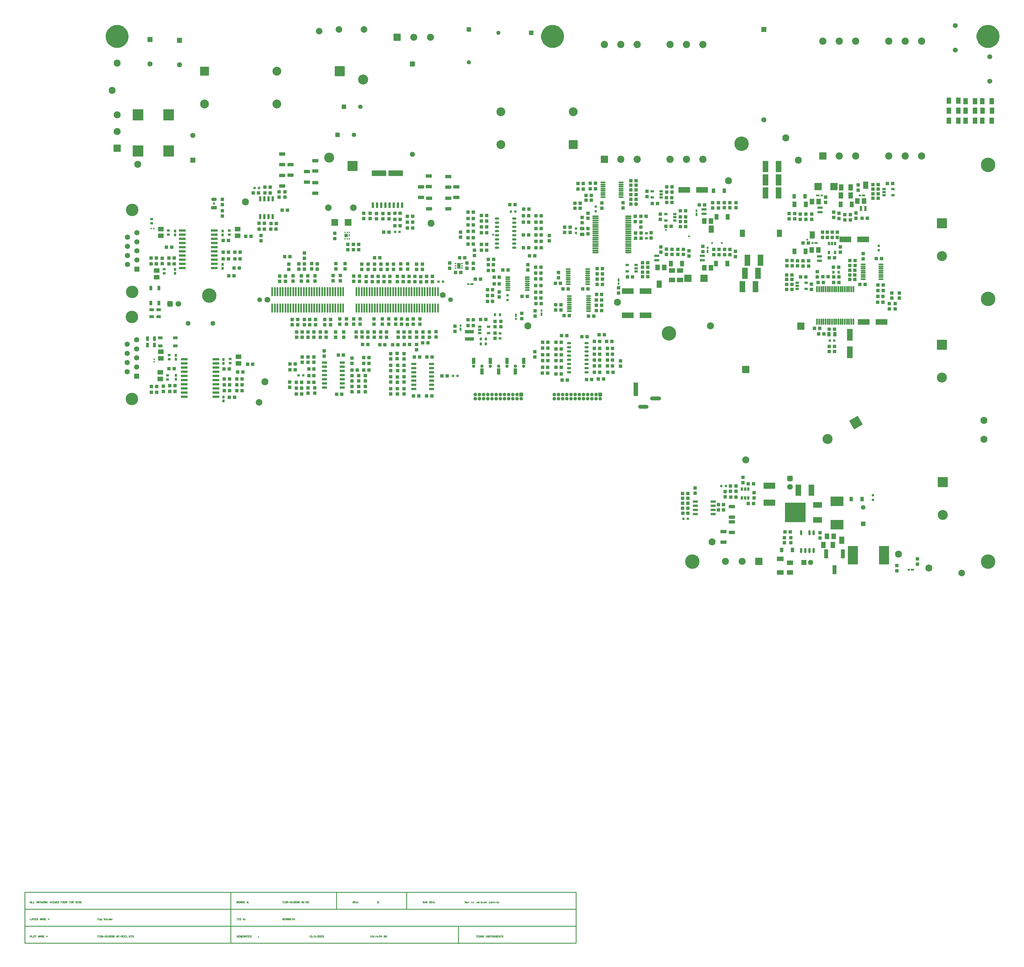
<source format=gts>
G04*
G04 #@! TF.GenerationSoftware,Altium Limited,Altium Designer,23.1.1 (15)*
G04*
G04 Layer_Color=8388736*
%FSAX44Y44*%
%MOMM*%
G71*
G04*
G04 #@! TF.SameCoordinates,9B1E6CB6-7F21-4D16-986F-FEEA4F8F1DB9*
G04*
G04*
G04 #@! TF.FilePolarity,Negative*
G04*
G01*
G75*
%ADD19C,0.2540*%
%ADD22C,0.2032*%
G04:AMPARAMS|DCode=38|XSize=0.7mm|YSize=0.7mm|CornerRadius=0.049mm|HoleSize=0mm|Usage=FLASHONLY|Rotation=0.000|XOffset=0mm|YOffset=0mm|HoleType=Round|Shape=RoundedRectangle|*
%AMROUNDEDRECTD38*
21,1,0.7000,0.6020,0,0,0.0*
21,1,0.6020,0.7000,0,0,0.0*
1,1,0.0980,0.3010,-0.3010*
1,1,0.0980,-0.3010,-0.3010*
1,1,0.0980,-0.3010,0.3010*
1,1,0.0980,0.3010,0.3010*
%
%ADD38ROUNDEDRECTD38*%
G04:AMPARAMS|DCode=41|XSize=1.19mm|YSize=2.79mm|CornerRadius=0.0476mm|HoleSize=0mm|Usage=FLASHONLY|Rotation=180.000|XOffset=0mm|YOffset=0mm|HoleType=Round|Shape=RoundedRectangle|*
%AMROUNDEDRECTD41*
21,1,1.1900,2.6948,0,0,180.0*
21,1,1.0948,2.7900,0,0,180.0*
1,1,0.0952,-0.5474,1.3474*
1,1,0.0952,0.5474,1.3474*
1,1,0.0952,0.5474,-1.3474*
1,1,0.0952,-0.5474,-1.3474*
%
%ADD41ROUNDEDRECTD41*%
G04:AMPARAMS|DCode=42|XSize=0.75mm|YSize=0.9mm|CornerRadius=0.0488mm|HoleSize=0mm|Usage=FLASHONLY|Rotation=180.000|XOffset=0mm|YOffset=0mm|HoleType=Round|Shape=RoundedRectangle|*
%AMROUNDEDRECTD42*
21,1,0.7500,0.8025,0,0,180.0*
21,1,0.6525,0.9000,0,0,180.0*
1,1,0.0975,-0.3263,0.4013*
1,1,0.0975,0.3263,0.4013*
1,1,0.0975,0.3263,-0.4013*
1,1,0.0975,-0.3263,-0.4013*
%
%ADD42ROUNDEDRECTD42*%
G04:AMPARAMS|DCode=43|XSize=0.7581mm|YSize=0.8121mm|CornerRadius=0.0493mm|HoleSize=0mm|Usage=FLASHONLY|Rotation=270.000|XOffset=0mm|YOffset=0mm|HoleType=Round|Shape=RoundedRectangle|*
%AMROUNDEDRECTD43*
21,1,0.7581,0.7136,0,0,270.0*
21,1,0.6596,0.8121,0,0,270.0*
1,1,0.0986,-0.3568,-0.3298*
1,1,0.0986,-0.3568,0.3298*
1,1,0.0986,0.3568,0.3298*
1,1,0.0986,0.3568,-0.3298*
%
%ADD43ROUNDEDRECTD43*%
G04:AMPARAMS|DCode=45|XSize=3.25mm|YSize=3.43mm|CornerRadius=0.0488mm|HoleSize=0mm|Usage=FLASHONLY|Rotation=180.000|XOffset=0mm|YOffset=0mm|HoleType=Round|Shape=RoundedRectangle|*
%AMROUNDEDRECTD45*
21,1,3.2500,3.3325,0,0,180.0*
21,1,3.1525,3.4300,0,0,180.0*
1,1,0.0975,-1.5763,1.6663*
1,1,0.0975,1.5763,1.6663*
1,1,0.0975,1.5763,-1.6663*
1,1,0.0975,-1.5763,-1.6663*
%
%ADD45ROUNDEDRECTD45*%
G04:AMPARAMS|DCode=47|XSize=1.02mm|YSize=1.905mm|CornerRadius=0.051mm|HoleSize=0mm|Usage=FLASHONLY|Rotation=180.000|XOffset=0mm|YOffset=0mm|HoleType=Round|Shape=RoundedRectangle|*
%AMROUNDEDRECTD47*
21,1,1.0200,1.8030,0,0,180.0*
21,1,0.9180,1.9050,0,0,180.0*
1,1,0.1020,-0.4590,0.9015*
1,1,0.1020,0.4590,0.9015*
1,1,0.1020,0.4590,-0.9015*
1,1,0.1020,-0.4590,-0.9015*
%
%ADD47ROUNDEDRECTD47*%
G04:AMPARAMS|DCode=49|XSize=1.55mm|YSize=0.6mm|CornerRadius=0.051mm|HoleSize=0mm|Usage=FLASHONLY|Rotation=90.000|XOffset=0mm|YOffset=0mm|HoleType=Round|Shape=RoundedRectangle|*
%AMROUNDEDRECTD49*
21,1,1.5500,0.4980,0,0,90.0*
21,1,1.4480,0.6000,0,0,90.0*
1,1,0.1020,0.2490,0.7240*
1,1,0.1020,0.2490,-0.7240*
1,1,0.1020,-0.2490,-0.7240*
1,1,0.1020,-0.2490,0.7240*
%
%ADD49ROUNDEDRECTD49*%
G04:AMPARAMS|DCode=52|XSize=1.85mm|YSize=0.45mm|CornerRadius=0.0495mm|HoleSize=0mm|Usage=FLASHONLY|Rotation=0.000|XOffset=0mm|YOffset=0mm|HoleType=Round|Shape=RoundedRectangle|*
%AMROUNDEDRECTD52*
21,1,1.8500,0.3510,0,0,0.0*
21,1,1.7510,0.4500,0,0,0.0*
1,1,0.0990,0.8755,-0.1755*
1,1,0.0990,-0.8755,-0.1755*
1,1,0.0990,-0.8755,0.1755*
1,1,0.0990,0.8755,0.1755*
%
%ADD52ROUNDEDRECTD52*%
G04:AMPARAMS|DCode=54|XSize=0.7mm|YSize=0.7mm|CornerRadius=0.049mm|HoleSize=0mm|Usage=FLASHONLY|Rotation=90.000|XOffset=0mm|YOffset=0mm|HoleType=Round|Shape=RoundedRectangle|*
%AMROUNDEDRECTD54*
21,1,0.7000,0.6020,0,0,90.0*
21,1,0.6020,0.7000,0,0,90.0*
1,1,0.0980,0.3010,0.3010*
1,1,0.0980,0.3010,-0.3010*
1,1,0.0980,-0.3010,-0.3010*
1,1,0.0980,-0.3010,0.3010*
%
%ADD54ROUNDEDRECTD54*%
G04:AMPARAMS|DCode=55|XSize=0.75mm|YSize=0.9mm|CornerRadius=0.0488mm|HoleSize=0mm|Usage=FLASHONLY|Rotation=270.000|XOffset=0mm|YOffset=0mm|HoleType=Round|Shape=RoundedRectangle|*
%AMROUNDEDRECTD55*
21,1,0.7500,0.8025,0,0,270.0*
21,1,0.6525,0.9000,0,0,270.0*
1,1,0.0975,-0.4013,-0.3263*
1,1,0.0975,-0.4013,0.3263*
1,1,0.0975,0.4013,0.3263*
1,1,0.0975,0.4013,-0.3263*
%
%ADD55ROUNDEDRECTD55*%
G04:AMPARAMS|DCode=59|XSize=0.45mm|YSize=0.3mm|CornerRadius=0.0495mm|HoleSize=0mm|Usage=FLASHONLY|Rotation=90.000|XOffset=0mm|YOffset=0mm|HoleType=Round|Shape=RoundedRectangle|*
%AMROUNDEDRECTD59*
21,1,0.4500,0.2010,0,0,90.0*
21,1,0.3510,0.3000,0,0,90.0*
1,1,0.0990,0.1005,0.1755*
1,1,0.0990,0.1005,-0.1755*
1,1,0.0990,-0.1005,-0.1755*
1,1,0.0990,-0.1005,0.1755*
%
%ADD59ROUNDEDRECTD59*%
G04:AMPARAMS|DCode=61|XSize=1.55mm|YSize=0.6mm|CornerRadius=0.051mm|HoleSize=0mm|Usage=FLASHONLY|Rotation=180.000|XOffset=0mm|YOffset=0mm|HoleType=Round|Shape=RoundedRectangle|*
%AMROUNDEDRECTD61*
21,1,1.5500,0.4980,0,0,180.0*
21,1,1.4480,0.6000,0,0,180.0*
1,1,0.1020,-0.7240,0.2490*
1,1,0.1020,0.7240,0.2490*
1,1,0.1020,0.7240,-0.2490*
1,1,0.1020,-0.7240,-0.2490*
%
%ADD61ROUNDEDRECTD61*%
G04:AMPARAMS|DCode=66|XSize=1.85mm|YSize=0.45mm|CornerRadius=0.0495mm|HoleSize=0mm|Usage=FLASHONLY|Rotation=90.000|XOffset=0mm|YOffset=0mm|HoleType=Round|Shape=RoundedRectangle|*
%AMROUNDEDRECTD66*
21,1,1.8500,0.3510,0,0,90.0*
21,1,1.7510,0.4500,0,0,90.0*
1,1,0.0990,0.1755,0.8755*
1,1,0.0990,0.1755,-0.8755*
1,1,0.0990,-0.1755,-0.8755*
1,1,0.0990,-0.1755,0.8755*
%
%ADD66ROUNDEDRECTD66*%
G04:AMPARAMS|DCode=67|XSize=0.65mm|YSize=1.6mm|CornerRadius=0.0488mm|HoleSize=0mm|Usage=FLASHONLY|Rotation=90.000|XOffset=0mm|YOffset=0mm|HoleType=Round|Shape=RoundedRectangle|*
%AMROUNDEDRECTD67*
21,1,0.6500,1.5025,0,0,90.0*
21,1,0.5525,1.6000,0,0,90.0*
1,1,0.0975,0.7512,0.2763*
1,1,0.0975,0.7512,-0.2763*
1,1,0.0975,-0.7512,-0.2763*
1,1,0.0975,-0.7512,0.2763*
%
%ADD67ROUNDEDRECTD67*%
G04:AMPARAMS|DCode=68|XSize=0.65mm|YSize=1.6mm|CornerRadius=0.0488mm|HoleSize=0mm|Usage=FLASHONLY|Rotation=0.000|XOffset=0mm|YOffset=0mm|HoleType=Round|Shape=RoundedRectangle|*
%AMROUNDEDRECTD68*
21,1,0.6500,1.5025,0,0,0.0*
21,1,0.5525,1.6000,0,0,0.0*
1,1,0.0975,0.2763,-0.7512*
1,1,0.0975,-0.2763,-0.7512*
1,1,0.0975,-0.2763,0.7512*
1,1,0.0975,0.2763,0.7512*
%
%ADD68ROUNDEDRECTD68*%
G04:AMPARAMS|DCode=71|XSize=2.1mm|YSize=0.6mm|CornerRadius=0.051mm|HoleSize=0mm|Usage=FLASHONLY|Rotation=180.000|XOffset=0mm|YOffset=0mm|HoleType=Round|Shape=RoundedRectangle|*
%AMROUNDEDRECTD71*
21,1,2.1000,0.4980,0,0,180.0*
21,1,1.9980,0.6000,0,0,180.0*
1,1,0.1020,-0.9990,0.2490*
1,1,0.1020,0.9990,0.2490*
1,1,0.1020,0.9990,-0.2490*
1,1,0.1020,-0.9990,-0.2490*
%
%ADD71ROUNDEDRECTD71*%
G04:AMPARAMS|DCode=74|XSize=0.4mm|YSize=0.5mm|CornerRadius=0.05mm|HoleSize=0mm|Usage=FLASHONLY|Rotation=90.000|XOffset=0mm|YOffset=0mm|HoleType=Round|Shape=RoundedRectangle|*
%AMROUNDEDRECTD74*
21,1,0.4000,0.4000,0,0,90.0*
21,1,0.3000,0.5000,0,0,90.0*
1,1,0.1000,0.2000,0.1500*
1,1,0.1000,0.2000,-0.1500*
1,1,0.1000,-0.2000,-0.1500*
1,1,0.1000,-0.2000,0.1500*
%
%ADD74ROUNDEDRECTD74*%
G04:AMPARAMS|DCode=79|XSize=1.65mm|YSize=0.6mm|CornerRadius=0.051mm|HoleSize=0mm|Usage=FLASHONLY|Rotation=270.000|XOffset=0mm|YOffset=0mm|HoleType=Round|Shape=RoundedRectangle|*
%AMROUNDEDRECTD79*
21,1,1.6500,0.4980,0,0,270.0*
21,1,1.5480,0.6000,0,0,270.0*
1,1,0.1020,-0.2490,-0.7740*
1,1,0.1020,-0.2490,0.7740*
1,1,0.1020,0.2490,0.7740*
1,1,0.1020,0.2490,-0.7740*
%
%ADD79ROUNDEDRECTD79*%
G04:AMPARAMS|DCode=80|XSize=1.65mm|YSize=4.41mm|CornerRadius=0.0495mm|HoleSize=0mm|Usage=FLASHONLY|Rotation=270.000|XOffset=0mm|YOffset=0mm|HoleType=Round|Shape=RoundedRectangle|*
%AMROUNDEDRECTD80*
21,1,1.6500,4.3110,0,0,270.0*
21,1,1.5510,4.4100,0,0,270.0*
1,1,0.0990,-2.1555,-0.7755*
1,1,0.0990,-2.1555,0.7755*
1,1,0.0990,2.1555,0.7755*
1,1,0.0990,2.1555,-0.7755*
%
%ADD80ROUNDEDRECTD80*%
G04:AMPARAMS|DCode=82|XSize=1.35mm|YSize=0.9mm|CornerRadius=0.0495mm|HoleSize=0mm|Usage=FLASHONLY|Rotation=270.000|XOffset=0mm|YOffset=0mm|HoleType=Round|Shape=RoundedRectangle|*
%AMROUNDEDRECTD82*
21,1,1.3500,0.8010,0,0,270.0*
21,1,1.2510,0.9000,0,0,270.0*
1,1,0.0990,-0.4005,-0.6255*
1,1,0.0990,-0.4005,0.6255*
1,1,0.0990,0.4005,0.6255*
1,1,0.0990,0.4005,-0.6255*
%
%ADD82ROUNDEDRECTD82*%
G04:AMPARAMS|DCode=83|XSize=0.9mm|YSize=1.3mm|CornerRadius=0.0495mm|HoleSize=0mm|Usage=FLASHONLY|Rotation=270.000|XOffset=0mm|YOffset=0mm|HoleType=Round|Shape=RoundedRectangle|*
%AMROUNDEDRECTD83*
21,1,0.9000,1.2010,0,0,270.0*
21,1,0.8010,1.3000,0,0,270.0*
1,1,0.0990,-0.6005,-0.4005*
1,1,0.0990,-0.6005,0.4005*
1,1,0.0990,0.6005,0.4005*
1,1,0.0990,0.6005,-0.4005*
%
%ADD83ROUNDEDRECTD83*%
G04:AMPARAMS|DCode=84|XSize=2.16mm|YSize=2.26mm|CornerRadius=0.054mm|HoleSize=0mm|Usage=FLASHONLY|Rotation=180.000|XOffset=0mm|YOffset=0mm|HoleType=Round|Shape=RoundedRectangle|*
%AMROUNDEDRECTD84*
21,1,2.1600,2.1520,0,0,180.0*
21,1,2.0520,2.2600,0,0,180.0*
1,1,0.1080,-1.0260,1.0760*
1,1,0.1080,1.0260,1.0760*
1,1,0.1080,1.0260,-1.0760*
1,1,0.1080,-1.0260,-1.0760*
%
%ADD84ROUNDEDRECTD84*%
G04:AMPARAMS|DCode=85|XSize=0.4mm|YSize=0.5mm|CornerRadius=0.05mm|HoleSize=0mm|Usage=FLASHONLY|Rotation=180.000|XOffset=0mm|YOffset=0mm|HoleType=Round|Shape=RoundedRectangle|*
%AMROUNDEDRECTD85*
21,1,0.4000,0.4000,0,0,180.0*
21,1,0.3000,0.5000,0,0,180.0*
1,1,0.1000,-0.1500,0.2000*
1,1,0.1000,0.1500,0.2000*
1,1,0.1000,0.1500,-0.2000*
1,1,0.1000,-0.1500,-0.2000*
%
%ADD85ROUNDEDRECTD85*%
G04:AMPARAMS|DCode=86|XSize=0.9mm|YSize=1.3mm|CornerRadius=0.0495mm|HoleSize=0mm|Usage=FLASHONLY|Rotation=180.000|XOffset=0mm|YOffset=0mm|HoleType=Round|Shape=RoundedRectangle|*
%AMROUNDEDRECTD86*
21,1,0.9000,1.2010,0,0,180.0*
21,1,0.8010,1.3000,0,0,180.0*
1,1,0.0990,-0.4005,0.6005*
1,1,0.0990,0.4005,0.6005*
1,1,0.0990,0.4005,-0.6005*
1,1,0.0990,-0.4005,-0.6005*
%
%ADD86ROUNDEDRECTD86*%
G04:AMPARAMS|DCode=87|XSize=1.35mm|YSize=0.9mm|CornerRadius=0.0495mm|HoleSize=0mm|Usage=FLASHONLY|Rotation=180.000|XOffset=0mm|YOffset=0mm|HoleType=Round|Shape=RoundedRectangle|*
%AMROUNDEDRECTD87*
21,1,1.3500,0.8010,0,0,180.0*
21,1,1.2510,0.9000,0,0,180.0*
1,1,0.0990,-0.6255,0.4005*
1,1,0.0990,0.6255,0.4005*
1,1,0.0990,0.6255,-0.4005*
1,1,0.0990,-0.6255,-0.4005*
%
%ADD87ROUNDEDRECTD87*%
%ADD89R,1.0500X1.1000*%
%ADD90R,1.1000X1.0500*%
%ADD91O,1.3500X0.6500*%
%ADD92R,1.5000X2.3000*%
%ADD93R,1.4000X1.9500*%
G04:AMPARAMS|DCode=94|XSize=0.7mm|YSize=1.1mm|CornerRadius=0.101mm|HoleSize=0mm|Usage=FLASHONLY|Rotation=180.000|XOffset=0mm|YOffset=0mm|HoleType=Round|Shape=RoundedRectangle|*
%AMROUNDEDRECTD94*
21,1,0.7000,0.8980,0,0,180.0*
21,1,0.4980,1.1000,0,0,180.0*
1,1,0.2020,-0.2490,0.4490*
1,1,0.2020,0.2490,0.4490*
1,1,0.2020,0.2490,-0.4490*
1,1,0.2020,-0.2490,-0.4490*
%
%ADD94ROUNDEDRECTD94*%
%ADD95O,1.5500X0.5000*%
G04:AMPARAMS|DCode=96|XSize=3.6mm|YSize=1.7mm|CornerRadius=0.098mm|HoleSize=0mm|Usage=FLASHONLY|Rotation=180.000|XOffset=0mm|YOffset=0mm|HoleType=Round|Shape=RoundedRectangle|*
%AMROUNDEDRECTD96*
21,1,3.6000,1.5040,0,0,180.0*
21,1,3.4040,1.7000,0,0,180.0*
1,1,0.1960,-1.7020,0.7520*
1,1,0.1960,1.7020,0.7520*
1,1,0.1960,1.7020,-0.7520*
1,1,0.1960,-1.7020,-0.7520*
%
%ADD96ROUNDEDRECTD96*%
G04:AMPARAMS|DCode=97|XSize=1.05mm|YSize=0.5mm|CornerRadius=0.05mm|HoleSize=0mm|Usage=FLASHONLY|Rotation=90.000|XOffset=0mm|YOffset=0mm|HoleType=Round|Shape=RoundedRectangle|*
%AMROUNDEDRECTD97*
21,1,1.0500,0.4000,0,0,90.0*
21,1,0.9500,0.5000,0,0,90.0*
1,1,0.1000,0.2000,0.4750*
1,1,0.1000,0.2000,-0.4750*
1,1,0.1000,-0.2000,-0.4750*
1,1,0.1000,-0.2000,0.4750*
%
%ADD97ROUNDEDRECTD97*%
G04:AMPARAMS|DCode=98|XSize=0.7mm|YSize=0.5mm|CornerRadius=0.05mm|HoleSize=0mm|Usage=FLASHONLY|Rotation=90.000|XOffset=0mm|YOffset=0mm|HoleType=Round|Shape=RoundedRectangle|*
%AMROUNDEDRECTD98*
21,1,0.7000,0.4000,0,0,90.0*
21,1,0.6000,0.5000,0,0,90.0*
1,1,0.1000,0.2000,0.3000*
1,1,0.1000,0.2000,-0.3000*
1,1,0.1000,-0.2000,-0.3000*
1,1,0.1000,-0.2000,0.3000*
%
%ADD98ROUNDEDRECTD98*%
G04:AMPARAMS|DCode=99|XSize=1.05mm|YSize=0.5mm|CornerRadius=0.05mm|HoleSize=0mm|Usage=FLASHONLY|Rotation=180.000|XOffset=0mm|YOffset=0mm|HoleType=Round|Shape=RoundedRectangle|*
%AMROUNDEDRECTD99*
21,1,1.0500,0.4000,0,0,180.0*
21,1,0.9500,0.5000,0,0,180.0*
1,1,0.1000,-0.4750,0.2000*
1,1,0.1000,0.4750,0.2000*
1,1,0.1000,0.4750,-0.2000*
1,1,0.1000,-0.4750,-0.2000*
%
%ADD99ROUNDEDRECTD99*%
G04:AMPARAMS|DCode=100|XSize=0.7mm|YSize=0.5mm|CornerRadius=0.05mm|HoleSize=0mm|Usage=FLASHONLY|Rotation=180.000|XOffset=0mm|YOffset=0mm|HoleType=Round|Shape=RoundedRectangle|*
%AMROUNDEDRECTD100*
21,1,0.7000,0.4000,0,0,180.0*
21,1,0.6000,0.5000,0,0,180.0*
1,1,0.1000,-0.3000,0.2000*
1,1,0.1000,0.3000,0.2000*
1,1,0.1000,0.3000,-0.2000*
1,1,0.1000,-0.3000,-0.2000*
%
%ADD100ROUNDEDRECTD100*%
G04:AMPARAMS|DCode=101|XSize=0.7mm|YSize=1.1mm|CornerRadius=0.101mm|HoleSize=0mm|Usage=FLASHONLY|Rotation=270.000|XOffset=0mm|YOffset=0mm|HoleType=Round|Shape=RoundedRectangle|*
%AMROUNDEDRECTD101*
21,1,0.7000,0.8980,0,0,270.0*
21,1,0.4980,1.1000,0,0,270.0*
1,1,0.2020,-0.4490,-0.2490*
1,1,0.2020,-0.4490,0.2490*
1,1,0.2020,0.4490,0.2490*
1,1,0.2020,0.4490,-0.2490*
%
%ADD101ROUNDEDRECTD101*%
%ADD102R,0.6000X2.8239*%
G04:AMPARAMS|DCode=103|XSize=1mm|YSize=1.8mm|CornerRadius=0.0995mm|HoleSize=0mm|Usage=FLASHONLY|Rotation=270.000|XOffset=0mm|YOffset=0mm|HoleType=Round|Shape=RoundedRectangle|*
%AMROUNDEDRECTD103*
21,1,1.0000,1.6010,0,0,270.0*
21,1,0.8010,1.8000,0,0,270.0*
1,1,0.1990,-0.8005,-0.4005*
1,1,0.1990,-0.8005,0.4005*
1,1,0.1990,0.8005,0.4005*
1,1,0.1990,0.8005,-0.4005*
%
%ADD103ROUNDEDRECTD103*%
%ADD104R,1.9500X1.4000*%
%ADD105O,1.5000X0.5500*%
G04:AMPARAMS|DCode=106|XSize=1.1mm|YSize=1.3mm|CornerRadius=0.105mm|HoleSize=0mm|Usage=FLASHONLY|Rotation=90.000|XOffset=0mm|YOffset=0mm|HoleType=Round|Shape=RoundedRectangle|*
%AMROUNDEDRECTD106*
21,1,1.1000,1.0900,0,0,90.0*
21,1,0.8900,1.3000,0,0,90.0*
1,1,0.2100,0.5450,0.4450*
1,1,0.2100,0.5450,-0.4450*
1,1,0.2100,-0.5450,-0.4450*
1,1,0.2100,-0.5450,0.4450*
%
%ADD106ROUNDEDRECTD106*%
G04:AMPARAMS|DCode=107|XSize=3.6mm|YSize=1.7mm|CornerRadius=0.098mm|HoleSize=0mm|Usage=FLASHONLY|Rotation=90.000|XOffset=0mm|YOffset=0mm|HoleType=Round|Shape=RoundedRectangle|*
%AMROUNDEDRECTD107*
21,1,3.6000,1.5040,0,0,90.0*
21,1,3.4040,1.7000,0,0,90.0*
1,1,0.1960,0.7520,1.7020*
1,1,0.1960,0.7520,-1.7020*
1,1,0.1960,-0.7520,-1.7020*
1,1,0.1960,-0.7520,1.7020*
%
%ADD107ROUNDEDRECTD107*%
G04:AMPARAMS|DCode=108|XSize=1.9mm|YSize=3.5mm|CornerRadius=0.104mm|HoleSize=0mm|Usage=FLASHONLY|Rotation=90.000|XOffset=0mm|YOffset=0mm|HoleType=Round|Shape=RoundedRectangle|*
%AMROUNDEDRECTD108*
21,1,1.9000,3.2920,0,0,90.0*
21,1,1.6920,3.5000,0,0,90.0*
1,1,0.2080,1.6460,0.8460*
1,1,0.2080,1.6460,-0.8460*
1,1,0.2080,-1.6460,-0.8460*
1,1,0.2080,-1.6460,0.8460*
%
%ADD108ROUNDEDRECTD108*%
G04:AMPARAMS|DCode=109|XSize=0.4mm|YSize=0.55mm|CornerRadius=0.0995mm|HoleSize=0mm|Usage=FLASHONLY|Rotation=90.000|XOffset=0mm|YOffset=0mm|HoleType=Round|Shape=RoundedRectangle|*
%AMROUNDEDRECTD109*
21,1,0.4000,0.3510,0,0,90.0*
21,1,0.2010,0.5500,0,0,90.0*
1,1,0.1990,0.1755,0.1005*
1,1,0.1990,0.1755,-0.1005*
1,1,0.1990,-0.1755,-0.1005*
1,1,0.1990,-0.1755,0.1005*
%
%ADD109ROUNDEDRECTD109*%
G04:AMPARAMS|DCode=110|XSize=1.1mm|YSize=1.7mm|CornerRadius=0.1mm|HoleSize=0mm|Usage=FLASHONLY|Rotation=0.000|XOffset=0mm|YOffset=0mm|HoleType=Round|Shape=RoundedRectangle|*
%AMROUNDEDRECTD110*
21,1,1.1000,1.5000,0,0,0.0*
21,1,0.9000,1.7000,0,0,0.0*
1,1,0.2000,0.4500,-0.7500*
1,1,0.2000,-0.4500,-0.7500*
1,1,0.2000,-0.4500,0.7500*
1,1,0.2000,0.4500,0.7500*
%
%ADD110ROUNDEDRECTD110*%
G04:AMPARAMS|DCode=111|XSize=0.75mm|YSize=0.3mm|CornerRadius=0.0495mm|HoleSize=0mm|Usage=FLASHONLY|Rotation=90.000|XOffset=0mm|YOffset=0mm|HoleType=Round|Shape=RoundedRectangle|*
%AMROUNDEDRECTD111*
21,1,0.7500,0.2010,0,0,90.0*
21,1,0.6510,0.3000,0,0,90.0*
1,1,0.0990,0.1005,0.3255*
1,1,0.0990,0.1005,-0.3255*
1,1,0.0990,-0.1005,-0.3255*
1,1,0.0990,-0.1005,0.3255*
%
%ADD111ROUNDEDRECTD111*%
G04:AMPARAMS|DCode=112|XSize=1mm|YSize=0.95mm|CornerRadius=0.0522mm|HoleSize=0mm|Usage=FLASHONLY|Rotation=90.000|XOffset=0mm|YOffset=0mm|HoleType=Round|Shape=RoundedRectangle|*
%AMROUNDEDRECTD112*
21,1,1.0000,0.8455,0,0,90.0*
21,1,0.8955,0.9500,0,0,90.0*
1,1,0.1045,0.4228,0.4478*
1,1,0.1045,0.4228,-0.4478*
1,1,0.1045,-0.4228,-0.4478*
1,1,0.1045,-0.4228,0.4478*
%
%ADD112ROUNDEDRECTD112*%
%ADD113R,2.1000X2.1000*%
%ADD114R,1.7000X3.5000*%
G04:AMPARAMS|DCode=115|XSize=1.1mm|YSize=1.3mm|CornerRadius=0.105mm|HoleSize=0mm|Usage=FLASHONLY|Rotation=180.000|XOffset=0mm|YOffset=0mm|HoleType=Round|Shape=RoundedRectangle|*
%AMROUNDEDRECTD115*
21,1,1.1000,1.0900,0,0,180.0*
21,1,0.8900,1.3000,0,0,180.0*
1,1,0.2100,-0.4450,0.5450*
1,1,0.2100,0.4450,0.5450*
1,1,0.2100,0.4450,-0.5450*
1,1,0.2100,-0.4450,-0.5450*
%
%ADD115ROUNDEDRECTD115*%
%ADD116R,1.2000X1.7000*%
%ADD117R,1.3700X1.7002*%
%ADD118R,1.0150X1.3200*%
%ADD119R,1.9900X1.3400*%
%ADD120R,0.7000X0.9000*%
%ADD121R,1.7002X1.3700*%
%ADD122O,0.7000X1.5500*%
G04:AMPARAMS|DCode=123|XSize=1.7mm|YSize=2.7mm|CornerRadius=0.098mm|HoleSize=0mm|Usage=FLASHONLY|Rotation=270.000|XOffset=0mm|YOffset=0mm|HoleType=Round|Shape=RoundedRectangle|*
%AMROUNDEDRECTD123*
21,1,1.7000,2.5040,0,0,270.0*
21,1,1.5040,2.7000,0,0,270.0*
1,1,0.1960,-1.2520,-0.7520*
1,1,0.1960,-1.2520,0.7520*
1,1,0.1960,1.2520,0.7520*
1,1,0.1960,1.2520,-0.7520*
%
%ADD123ROUNDEDRECTD123*%
G04:AMPARAMS|DCode=124|XSize=5.9mm|YSize=6.3mm|CornerRadius=0.108mm|HoleSize=0mm|Usage=FLASHONLY|Rotation=270.000|XOffset=0mm|YOffset=0mm|HoleType=Round|Shape=RoundedRectangle|*
%AMROUNDEDRECTD124*
21,1,5.9000,6.0840,0,0,270.0*
21,1,5.6840,6.3000,0,0,270.0*
1,1,0.2160,-3.0420,-2.8420*
1,1,0.2160,-3.0420,2.8420*
1,1,0.2160,3.0420,2.8420*
1,1,0.2160,3.0420,-2.8420*
%
%ADD124ROUNDEDRECTD124*%
%ADD125R,3.9100X2.8940*%
%ADD126R,2.8000X1.1000*%
%ADD127R,3.1000X5.6000*%
%ADD128C,2.0000*%
%ADD129C,2.2000*%
G04:AMPARAMS|DCode=130|XSize=2.2mm|YSize=2.2mm|CornerRadius=0.055mm|HoleSize=0mm|Usage=FLASHONLY|Rotation=90.000|XOffset=0mm|YOffset=0mm|HoleType=Round|Shape=RoundedRectangle|*
%AMROUNDEDRECTD130*
21,1,2.2000,2.0900,0,0,90.0*
21,1,2.0900,2.2000,0,0,90.0*
1,1,0.1100,1.0450,1.0450*
1,1,0.1100,1.0450,-1.0450*
1,1,0.1100,-1.0450,-1.0450*
1,1,0.1100,-1.0450,1.0450*
%
%ADD130ROUNDEDRECTD130*%
%ADD131C,2.1320*%
%ADD132C,1.5500*%
G04:AMPARAMS|DCode=133|XSize=1.55mm|YSize=1.55mm|CornerRadius=0.0465mm|HoleSize=0mm|Usage=FLASHONLY|Rotation=90.000|XOffset=0mm|YOffset=0mm|HoleType=Round|Shape=RoundedRectangle|*
%AMROUNDEDRECTD133*
21,1,1.5500,1.4570,0,0,90.0*
21,1,1.4570,1.5500,0,0,90.0*
1,1,0.0930,0.7285,0.7285*
1,1,0.0930,0.7285,-0.7285*
1,1,0.0930,-0.7285,-0.7285*
1,1,0.0930,-0.7285,0.7285*
%
%ADD133ROUNDEDRECTD133*%
%ADD134C,4.4000*%
G04:AMPARAMS|DCode=135|XSize=1.07mm|YSize=1.7mm|CornerRadius=0.535mm|HoleSize=0mm|Usage=FLASHONLY|Rotation=90.000|XOffset=0mm|YOffset=0mm|HoleType=Round|Shape=RoundedRectangle|*
%AMROUNDEDRECTD135*
21,1,1.0700,0.6300,0,0,90.0*
21,1,0.0000,1.7000,0,0,90.0*
1,1,1.0700,0.3150,0.0000*
1,1,1.0700,0.3150,0.0000*
1,1,1.0700,-0.3150,0.0000*
1,1,1.0700,-0.3150,0.0000*
%
%ADD135ROUNDEDRECTD135*%
G04:AMPARAMS|DCode=136|XSize=1.07mm|YSize=1.7mm|CornerRadius=0.0481mm|HoleSize=0mm|Usage=FLASHONLY|Rotation=90.000|XOffset=0mm|YOffset=0mm|HoleType=Round|Shape=RoundedRectangle|*
%AMROUNDEDRECTD136*
21,1,1.0700,1.6037,0,0,90.0*
21,1,0.9737,1.7000,0,0,90.0*
1,1,0.0963,0.8019,0.4869*
1,1,0.0963,0.8019,-0.4869*
1,1,0.0963,-0.8019,-0.4869*
1,1,0.0963,-0.8019,0.4869*
%
%ADD136ROUNDEDRECTD136*%
%ADD137C,0.7500*%
%ADD138C,2.7000*%
G04:AMPARAMS|DCode=139|XSize=2.7mm|YSize=2.7mm|CornerRadius=0.054mm|HoleSize=0mm|Usage=FLASHONLY|Rotation=90.000|XOffset=0mm|YOffset=0mm|HoleType=Round|Shape=RoundedRectangle|*
%AMROUNDEDRECTD139*
21,1,2.7000,2.5920,0,0,90.0*
21,1,2.5920,2.7000,0,0,90.0*
1,1,0.1080,1.2960,1.2960*
1,1,0.1080,1.2960,-1.2960*
1,1,0.1080,-1.2960,-1.2960*
1,1,0.1080,-1.2960,1.2960*
%
%ADD139ROUNDEDRECTD139*%
G04:AMPARAMS|DCode=140|XSize=1.35mm|YSize=1.35mm|CornerRadius=0.0472mm|HoleSize=0mm|Usage=FLASHONLY|Rotation=0.000|XOffset=0mm|YOffset=0mm|HoleType=Round|Shape=RoundedRectangle|*
%AMROUNDEDRECTD140*
21,1,1.3500,1.2555,0,0,0.0*
21,1,1.2555,1.3500,0,0,0.0*
1,1,0.0945,0.6278,-0.6278*
1,1,0.0945,-0.6278,-0.6278*
1,1,0.0945,-0.6278,0.6278*
1,1,0.0945,0.6278,0.6278*
%
%ADD140ROUNDEDRECTD140*%
%ADD141C,1.3500*%
G04:AMPARAMS|DCode=142|XSize=2.15mm|YSize=2.15mm|CornerRadius=0.0538mm|HoleSize=0mm|Usage=FLASHONLY|Rotation=90.000|XOffset=0mm|YOffset=0mm|HoleType=Round|Shape=RoundedRectangle|*
%AMROUNDEDRECTD142*
21,1,2.1500,2.0425,0,0,90.0*
21,1,2.0425,2.1500,0,0,90.0*
1,1,0.1075,1.0213,1.0213*
1,1,0.1075,1.0213,-1.0213*
1,1,0.1075,-1.0213,-1.0213*
1,1,0.1075,-1.0213,1.0213*
%
%ADD142ROUNDEDRECTD142*%
%ADD143C,2.1500*%
G04:AMPARAMS|DCode=144|XSize=2.15mm|YSize=2.15mm|CornerRadius=0.0538mm|HoleSize=0mm|Usage=FLASHONLY|Rotation=180.000|XOffset=0mm|YOffset=0mm|HoleType=Round|Shape=RoundedRectangle|*
%AMROUNDEDRECTD144*
21,1,2.1500,2.0425,0,0,180.0*
21,1,2.0425,2.1500,0,0,180.0*
1,1,0.1075,-1.0213,1.0213*
1,1,0.1075,1.0213,1.0213*
1,1,0.1075,1.0213,-1.0213*
1,1,0.1075,-1.0213,-1.0213*
%
%ADD144ROUNDEDRECTD144*%
%ADD145C,2.0000*%
G04:AMPARAMS|DCode=146|XSize=3.05mm|YSize=3.05mm|CornerRadius=0.0458mm|HoleSize=0mm|Usage=FLASHONLY|Rotation=90.000|XOffset=0mm|YOffset=0mm|HoleType=Round|Shape=RoundedRectangle|*
%AMROUNDEDRECTD146*
21,1,3.0500,2.9585,0,0,90.0*
21,1,2.9585,3.0500,0,0,90.0*
1,1,0.0915,1.4793,1.4793*
1,1,0.0915,1.4793,-1.4793*
1,1,0.0915,-1.4793,-1.4793*
1,1,0.0915,-1.4793,1.4793*
%
%ADD146ROUNDEDRECTD146*%
%ADD147C,3.0500*%
%ADD148C,1.7780*%
%ADD149C,1.4480*%
%ADD150C,1.0200*%
G04:AMPARAMS|DCode=151|XSize=1.3mm|YSize=1.3mm|CornerRadius=0.052mm|HoleSize=0mm|Usage=FLASHONLY|Rotation=180.000|XOffset=0mm|YOffset=0mm|HoleType=Round|Shape=RoundedRectangle|*
%AMROUNDEDRECTD151*
21,1,1.3000,1.1960,0,0,180.0*
21,1,1.1960,1.3000,0,0,180.0*
1,1,0.1040,-0.5980,0.5980*
1,1,0.1040,0.5980,0.5980*
1,1,0.1040,0.5980,-0.5980*
1,1,0.1040,-0.5980,-0.5980*
%
%ADD151ROUNDEDRECTD151*%
%ADD152C,1.3000*%
G04:AMPARAMS|DCode=153|XSize=1.3mm|YSize=1.3mm|CornerRadius=0.052mm|HoleSize=0mm|Usage=FLASHONLY|Rotation=270.000|XOffset=0mm|YOffset=0mm|HoleType=Round|Shape=RoundedRectangle|*
%AMROUNDEDRECTD153*
21,1,1.3000,1.1960,0,0,270.0*
21,1,1.1960,1.3000,0,0,270.0*
1,1,0.1040,-0.5980,-0.5980*
1,1,0.1040,-0.5980,0.5980*
1,1,0.1040,0.5980,0.5980*
1,1,0.1040,0.5980,-0.5980*
%
%ADD153ROUNDEDRECTD153*%
G04:AMPARAMS|DCode=154|XSize=1.12mm|YSize=1.12mm|CornerRadius=0.0504mm|HoleSize=0mm|Usage=FLASHONLY|Rotation=180.000|XOffset=0mm|YOffset=0mm|HoleType=Round|Shape=RoundedRectangle|*
%AMROUNDEDRECTD154*
21,1,1.1200,1.0192,0,0,180.0*
21,1,1.0192,1.1200,0,0,180.0*
1,1,0.1008,-0.5096,0.5096*
1,1,0.1008,0.5096,0.5096*
1,1,0.1008,0.5096,-0.5096*
1,1,0.1008,-0.5096,-0.5096*
%
%ADD154ROUNDEDRECTD154*%
%ADD155C,1.1200*%
G04:AMPARAMS|DCode=156|XSize=3.2mm|YSize=1.2mm|CornerRadius=0.6mm|HoleSize=0mm|Usage=FLASHONLY|Rotation=0.000|XOffset=0mm|YOffset=0mm|HoleType=Round|Shape=RoundedRectangle|*
%AMROUNDEDRECTD156*
21,1,3.2000,0.0000,0,0,0.0*
21,1,2.0000,1.2000,0,0,0.0*
1,1,1.2000,1.0000,0.0000*
1,1,1.2000,-1.0000,0.0000*
1,1,1.2000,-1.0000,0.0000*
1,1,1.2000,1.0000,0.0000*
%
%ADD156ROUNDEDRECTD156*%
G04:AMPARAMS|DCode=157|XSize=3.4mm|YSize=1.2mm|CornerRadius=0.6mm|HoleSize=0mm|Usage=FLASHONLY|Rotation=0.000|XOffset=0mm|YOffset=0mm|HoleType=Round|Shape=RoundedRectangle|*
%AMROUNDEDRECTD157*
21,1,3.4000,0.0000,0,0,0.0*
21,1,2.2000,1.2000,0,0,0.0*
1,1,1.2000,1.1000,0.0000*
1,1,1.2000,-1.1000,0.0000*
1,1,1.2000,-1.1000,0.0000*
1,1,1.2000,1.1000,0.0000*
%
%ADD157ROUNDEDRECTD157*%
G04:AMPARAMS|DCode=158|XSize=1.4mm|YSize=4.1mm|CornerRadius=0.049mm|HoleSize=0mm|Usage=FLASHONLY|Rotation=0.000|XOffset=0mm|YOffset=0mm|HoleType=Round|Shape=RoundedRectangle|*
%AMROUNDEDRECTD158*
21,1,1.4000,4.0020,0,0,0.0*
21,1,1.3020,4.1000,0,0,0.0*
1,1,0.0980,0.6510,-2.0010*
1,1,0.0980,-0.6510,-2.0010*
1,1,0.0980,-0.6510,2.0010*
1,1,0.0980,0.6510,2.0010*
%
%ADD158ROUNDEDRECTD158*%
%ADD159C,1.5000*%
G04:AMPARAMS|DCode=160|XSize=3.05mm|YSize=3.05mm|CornerRadius=0.0458mm|HoleSize=0mm|Usage=FLASHONLY|Rotation=210.000|XOffset=0mm|YOffset=0mm|HoleType=Round|Shape=RoundedRectangle|*
%AMROUNDEDRECTD160*
21,1,3.0500,2.9585,0,0,210.0*
21,1,2.9585,3.0500,0,0,210.0*
1,1,0.0915,-2.0207,0.5414*
1,1,0.0915,0.5414,2.0207*
1,1,0.0915,2.0207,-0.5414*
1,1,0.0915,-0.5414,-2.0207*
%
%ADD160ROUNDEDRECTD160*%
%ADD161C,1.7500*%
G04:AMPARAMS|DCode=162|XSize=1.75mm|YSize=1.75mm|CornerRadius=0.4625mm|HoleSize=0mm|Usage=FLASHONLY|Rotation=270.000|XOffset=0mm|YOffset=0mm|HoleType=Round|Shape=RoundedRectangle|*
%AMROUNDEDRECTD162*
21,1,1.7500,0.8250,0,0,270.0*
21,1,0.8250,1.7500,0,0,270.0*
1,1,0.9250,-0.4125,-0.4125*
1,1,0.9250,-0.4125,0.4125*
1,1,0.9250,0.4125,0.4125*
1,1,0.9250,0.4125,-0.4125*
%
%ADD162ROUNDEDRECTD162*%
%ADD163R,1.4000X1.4000*%
%ADD164C,1.4000*%
%ADD165C,1.6000*%
G04:AMPARAMS|DCode=166|XSize=1.6mm|YSize=1.6mm|CornerRadius=0.1025mm|HoleSize=0mm|Usage=FLASHONLY|Rotation=0.000|XOffset=0mm|YOffset=0mm|HoleType=Round|Shape=RoundedRectangle|*
%AMROUNDEDRECTD166*
21,1,1.6000,1.3950,0,0,0.0*
21,1,1.3950,1.6000,0,0,0.0*
1,1,0.2050,0.6975,-0.6975*
1,1,0.2050,-0.6975,-0.6975*
1,1,0.2050,-0.6975,0.6975*
1,1,0.2050,0.6975,0.6975*
%
%ADD166ROUNDEDRECTD166*%
%ADD167R,1.6000X1.6000*%
%ADD168C,3.8000*%
G04:AMPARAMS|DCode=169|XSize=1.75mm|YSize=1.75mm|CornerRadius=0.4625mm|HoleSize=0mm|Usage=FLASHONLY|Rotation=0.000|XOffset=0mm|YOffset=0mm|HoleType=Round|Shape=RoundedRectangle|*
%AMROUNDEDRECTD169*
21,1,1.7500,0.8250,0,0,0.0*
21,1,0.8250,1.7500,0,0,0.0*
1,1,0.9250,0.4125,-0.4125*
1,1,0.9250,-0.4125,-0.4125*
1,1,0.9250,-0.4125,0.4125*
1,1,0.9250,0.4125,0.4125*
%
%ADD169ROUNDEDRECTD169*%
%ADD170C,1.4500*%
%ADD171C,0.6080*%
%ADD172C,0.6000*%
G36*
X00658484Y03194559D02*
Y03192265D01*
X00659082Y03187717D01*
X00660270Y03183285D01*
X00662026Y03179046D01*
X00664320Y03175073D01*
X00667113Y03171433D01*
X00670357Y03168188D01*
X00673997Y03165396D01*
X00677970Y03163102D01*
X00682209Y03161346D01*
X00686641Y03160158D01*
X00691190Y03159559D01*
X00693484D01*
X00695778D01*
X00700327Y03160158D01*
X00704758Y03161346D01*
X00708997Y03163102D01*
X00712970Y03165396D01*
X00716610Y03168188D01*
X00719855Y03171433D01*
X00722648Y03175073D01*
X00724942Y03179046D01*
X00726697Y03183285D01*
X00727885Y03187717D01*
X00728484Y03192265D01*
Y03194559D01*
Y03196853D01*
X00727885Y03201402D01*
X00726697Y03205834D01*
X00724942Y03210073D01*
X00722648Y03214046D01*
X00719855Y03217686D01*
X00716610Y03220930D01*
X00712970Y03223723D01*
X00708997Y03226017D01*
X00704758Y03227773D01*
X00700327Y03228961D01*
X00695778Y03229560D01*
X00693484D01*
X00691190D01*
X00686641Y03228961D01*
X00682209Y03227773D01*
X00677970Y03226017D01*
X00673997Y03223723D01*
X00670357Y03220930D01*
X00667113Y03217686D01*
X00664320Y03214046D01*
X00662026Y03210073D01*
X00660270Y03205834D01*
X00659082Y03201402D01*
X00658484Y03196853D01*
Y03194559D01*
D01*
D02*
G37*
G36*
X01983484D02*
Y03192265D01*
X01984082Y03187717D01*
X01985270Y03183285D01*
X01987026Y03179046D01*
X01989320Y03175073D01*
X01992113Y03171433D01*
X01995357Y03168188D01*
X01998997Y03165396D01*
X02002970Y03163102D01*
X02007209Y03161346D01*
X02011641Y03160158D01*
X02016190Y03159559D01*
X02018484D01*
X02020778D01*
X02025327Y03160158D01*
X02029758Y03161346D01*
X02033997Y03163102D01*
X02037970Y03165396D01*
X02041610Y03168188D01*
X02044854Y03171433D01*
X02047648Y03175073D01*
X02049942Y03179046D01*
X02051697Y03183285D01*
X02052885Y03187717D01*
X02053484Y03192265D01*
Y03194559D01*
Y03196853D01*
X02052885Y03201402D01*
X02051697Y03205834D01*
X02049942Y03210073D01*
X02047648Y03214046D01*
X02044854Y03217686D01*
X02041610Y03220930D01*
X02037970Y03223723D01*
X02033997Y03226017D01*
X02029758Y03227773D01*
X02025327Y03228961D01*
X02020778Y03229560D01*
X02018484D01*
X02016190D01*
X02011641Y03228961D01*
X02007209Y03227773D01*
X02002970Y03226017D01*
X01998997Y03223723D01*
X01995357Y03220930D01*
X01992113Y03217686D01*
X01989320Y03214046D01*
X01987026Y03210073D01*
X01985270Y03205834D01*
X01984082Y03201402D01*
X01983484Y03196853D01*
Y03194559D01*
D01*
D02*
G37*
G36*
X03308484Y03194559D02*
Y03192265D01*
X03309083Y03187716D01*
X03310270Y03183285D01*
X03312026Y03179046D01*
X03314320Y03175073D01*
X03317113Y03171433D01*
X03320357Y03168188D01*
X03323997Y03165396D01*
X03327971Y03163102D01*
X03332209Y03161346D01*
X03336641Y03160158D01*
X03341190Y03159559D01*
X03343484D01*
X03345778D01*
X03350327Y03160158D01*
X03354758Y03161346D01*
X03358997Y03163102D01*
X03362971Y03165396D01*
X03366610Y03168188D01*
X03369855Y03171433D01*
X03372648Y03175073D01*
X03374942Y03179046D01*
X03376697Y03183285D01*
X03377885Y03187716D01*
X03378484Y03192265D01*
Y03194559D01*
Y03196853D01*
X03377885Y03201402D01*
X03376697Y03205834D01*
X03374942Y03210073D01*
X03372648Y03214046D01*
X03369855Y03217686D01*
X03366610Y03220930D01*
X03362971Y03223723D01*
X03358997Y03226017D01*
X03354758Y03227773D01*
X03350327Y03228960D01*
X03345778Y03229559D01*
X03343484D01*
X03341190D01*
X03336641Y03228960D01*
X03332209Y03227773D01*
X03327971Y03226017D01*
X03323997Y03223723D01*
X03320357Y03220930D01*
X03317113Y03217686D01*
X03314320Y03214046D01*
X03312026Y03210073D01*
X03310270Y03205834D01*
X03309083Y03201402D01*
X03308484Y03196853D01*
Y03194559D01*
D01*
D02*
G37*
G54D19*
X01038734Y00433739D02*
Y00588679D01*
X00412751D02*
X02089532D01*
X01360552Y00537032D02*
Y00588679D01*
X01573912Y00537032D02*
Y00588679D01*
X01731900Y00432088D02*
Y00483608D01*
X01429894Y00433739D02*
X02089532D01*
X00412751D02*
X00812928D01*
X00412624Y00537032D02*
X02089532D01*
X00412624Y00433739D02*
X01429894D01*
X00412624Y00485386D02*
X02089024D01*
X00412624Y00433739D02*
Y00588679D01*
X00412751Y00433739D02*
Y00588679D01*
X02089532Y00433739D02*
Y00588679D01*
G54D22*
X00633350Y00508589D02*
X00636682D01*
X00635016D01*
Y00503591D01*
X00639182D02*
X00640848D01*
X00641681Y00504424D01*
Y00506090D01*
X00640848Y00506923D01*
X00639182D01*
X00638349Y00506090D01*
Y00504424D01*
X00639182Y00503591D01*
X00643347Y00501925D02*
Y00506923D01*
X00645846D01*
X00646679Y00506090D01*
Y00504424D01*
X00645846Y00503591D01*
X00643347D01*
X00656676Y00507756D02*
X00655843Y00508589D01*
X00654177D01*
X00653344Y00507756D01*
Y00506923D01*
X00654177Y00506090D01*
X00655843D01*
X00656676Y00505257D01*
Y00504424D01*
X00655843Y00503591D01*
X00654177D01*
X00653344Y00504424D01*
X00659175Y00503591D02*
X00660841D01*
X00661674Y00504424D01*
Y00506090D01*
X00660841Y00506923D01*
X00659175D01*
X00658342Y00506090D01*
Y00504424D01*
X00659175Y00503591D01*
X00663340D02*
X00665006D01*
X00664173D01*
Y00508589D01*
X00663340D01*
X00670838D02*
Y00503591D01*
X00668339D01*
X00667506Y00504424D01*
Y00506090D01*
X00668339Y00506923D01*
X00670838D01*
X00675003Y00503591D02*
X00673337D01*
X00672504Y00504424D01*
Y00506090D01*
X00673337Y00506923D01*
X00675003D01*
X00675836Y00506090D01*
Y00505257D01*
X00672504D01*
X00677502Y00506923D02*
Y00503591D01*
Y00505257D01*
X00678335Y00506090D01*
X00679168Y00506923D01*
X00680002D01*
X00633350Y00508589D02*
X00636682D01*
X00635016D01*
Y00503591D01*
X00639182D02*
X00640848D01*
X00641681Y00504424D01*
Y00506090D01*
X00640848Y00506923D01*
X00639182D01*
X00638349Y00506090D01*
Y00504424D01*
X00639182Y00503591D01*
X00643347Y00501925D02*
Y00506923D01*
X00645846D01*
X00646679Y00506090D01*
Y00504424D01*
X00645846Y00503591D01*
X00643347D01*
X00656676Y00507756D02*
X00655843Y00508589D01*
X00654177D01*
X00653344Y00507756D01*
Y00506923D01*
X00654177Y00506090D01*
X00655843D01*
X00656676Y00505257D01*
Y00504424D01*
X00655843Y00503591D01*
X00654177D01*
X00653344Y00504424D01*
X00659175Y00503591D02*
X00660841D01*
X00661674Y00504424D01*
Y00506090D01*
X00660841Y00506923D01*
X00659175D01*
X00658342Y00506090D01*
Y00504424D01*
X00659175Y00503591D01*
X00663340D02*
X00665006D01*
X00664173D01*
Y00508589D01*
X00663340D01*
X00670838D02*
Y00503591D01*
X00668339D01*
X00667506Y00504424D01*
Y00506090D01*
X00668339Y00506923D01*
X00670838D01*
X00675003Y00503591D02*
X00673337D01*
X00672504Y00504424D01*
Y00506090D01*
X00673337Y00506923D01*
X00675003D01*
X00675836Y00506090D01*
Y00505257D01*
X00672504D01*
X00677502Y00506923D02*
Y00503591D01*
Y00505257D01*
X00678335Y00506090D01*
X00679168Y00506923D01*
X00680002D01*
X00428753Y00555109D02*
Y00558441D01*
X00430419Y00560107D01*
X00432085Y00558441D01*
Y00555109D01*
Y00557608D01*
X00428753D01*
X00433751Y00560107D02*
Y00555109D01*
X00437084D01*
X00438750Y00560107D02*
Y00555109D01*
X00442082D01*
X00448747D02*
Y00558441D01*
X00450413Y00560107D01*
X00452079Y00558441D01*
Y00555109D01*
Y00557608D01*
X00448747D01*
X00453745Y00555109D02*
Y00560107D01*
X00456244D01*
X00457077Y00559274D01*
Y00557608D01*
X00456244Y00556775D01*
X00453745D01*
X00455411D02*
X00457077Y00555109D01*
X00458743Y00560107D02*
X00462076D01*
X00460410D01*
Y00555109D01*
X00463742Y00560107D02*
Y00555109D01*
X00465408Y00556775D01*
X00467074Y00555109D01*
Y00560107D01*
X00471239D02*
X00469573D01*
X00468740Y00559274D01*
Y00555942D01*
X00469573Y00555109D01*
X00471239D01*
X00472072Y00555942D01*
Y00559274D01*
X00471239Y00560107D01*
X00473738Y00555109D02*
Y00560107D01*
X00476238D01*
X00477071Y00559274D01*
Y00557608D01*
X00476238Y00556775D01*
X00473738D01*
X00475405D02*
X00477071Y00555109D01*
X00478737Y00560107D02*
Y00555109D01*
Y00556775D01*
X00482069Y00560107D01*
X00479570Y00557608D01*
X00482069Y00555109D01*
X00488733Y00560107D02*
Y00556775D01*
X00490400Y00555109D01*
X00492066Y00556775D01*
Y00560107D01*
X00493732D02*
X00495398D01*
X00494565D01*
Y00555109D01*
X00493732D01*
X00495398D01*
X00501230Y00560107D02*
X00497897D01*
Y00555109D01*
X00501230D01*
X00497897Y00557608D02*
X00499563D01*
X00502896Y00560107D02*
Y00555109D01*
X00504562Y00556775D01*
X00506228Y00555109D01*
Y00560107D01*
X00511226D02*
X00507894D01*
Y00555109D01*
X00511226D01*
X00507894Y00557608D02*
X00509560D01*
X00512892Y00560107D02*
Y00555109D01*
X00515392D01*
X00516225Y00555942D01*
Y00559274D01*
X00515392Y00560107D01*
X00512892D01*
X00526221D02*
X00522889D01*
Y00557608D01*
X00524555D01*
X00522889D01*
Y00555109D01*
X00527887D02*
Y00560107D01*
X00530387D01*
X00531220Y00559274D01*
Y00557608D01*
X00530387Y00556775D01*
X00527887D01*
X00529553D02*
X00531220Y00555109D01*
X00535385Y00560107D02*
X00533719D01*
X00532886Y00559274D01*
Y00555942D01*
X00533719Y00555109D01*
X00535385D01*
X00536218Y00555942D01*
Y00559274D01*
X00535385Y00560107D01*
X00537884Y00555109D02*
Y00560107D01*
X00539550Y00558441D01*
X00541216Y00560107D01*
Y00555109D01*
X00547881Y00560107D02*
X00551213D01*
X00549547D01*
Y00555109D01*
X00555378Y00560107D02*
X00553712D01*
X00552879Y00559274D01*
Y00555942D01*
X00553712Y00555109D01*
X00555378D01*
X00556212Y00555942D01*
Y00559274D01*
X00555378Y00560107D01*
X00557878Y00555109D02*
Y00560107D01*
X00560377D01*
X00561210Y00559274D01*
Y00557608D01*
X00560377Y00556775D01*
X00557878D01*
X00571207Y00559274D02*
X00570373Y00560107D01*
X00568707D01*
X00567874Y00559274D01*
Y00558441D01*
X00568707Y00557608D01*
X00570373D01*
X00571207Y00556775D01*
Y00555942D01*
X00570373Y00555109D01*
X00568707D01*
X00567874Y00555942D01*
X00572873Y00560107D02*
X00574539D01*
X00573706D01*
Y00555109D01*
X00572873D01*
X00574539D01*
X00577038Y00560107D02*
Y00555109D01*
X00579537D01*
X00580370Y00555942D01*
Y00559274D01*
X00579537Y00560107D01*
X00577038D01*
X00585369D02*
X00582036D01*
Y00555109D01*
X00585369D01*
X00582036Y00557608D02*
X00583703D01*
X00428753Y00451307D02*
Y00456305D01*
X00431252D01*
X00432085Y00455472D01*
Y00453806D01*
X00431252Y00452973D01*
X00428753D01*
X00433751Y00456305D02*
Y00451307D01*
X00437084D01*
X00441249Y00456305D02*
X00439583D01*
X00438750Y00455472D01*
Y00452140D01*
X00439583Y00451307D01*
X00441249D01*
X00442082Y00452140D01*
Y00455472D01*
X00441249Y00456305D01*
X00443748D02*
X00447080D01*
X00445414D01*
Y00451307D01*
X00453745D02*
Y00456305D01*
X00457077Y00451307D01*
Y00456305D01*
X00458743Y00451307D02*
Y00454639D01*
X00460410Y00456305D01*
X00462076Y00454639D01*
Y00451307D01*
Y00453806D01*
X00458743D01*
X00463742Y00451307D02*
Y00456305D01*
X00465408Y00454639D01*
X00467074Y00456305D01*
Y00451307D01*
X00472072Y00456305D02*
X00468740D01*
Y00451307D01*
X00472072D01*
X00468740Y00453806D02*
X00470406D01*
X00478737Y00452973D02*
X00482069D01*
X00478737Y00454639D02*
X00482069D01*
X00428753Y00508589D02*
Y00503591D01*
X00432085D01*
X00433751D02*
Y00506923D01*
X00435418Y00508589D01*
X00437084Y00506923D01*
Y00503591D01*
Y00506090D01*
X00433751D01*
X00438750Y00508589D02*
Y00507756D01*
X00440416Y00506090D01*
X00442082Y00507756D01*
Y00508589D01*
X00440416Y00506090D02*
Y00503591D01*
X00447080Y00508589D02*
X00443748D01*
Y00503591D01*
X00447080D01*
X00443748Y00506090D02*
X00445414D01*
X00448747Y00503591D02*
Y00508589D01*
X00451246D01*
X00452079Y00507756D01*
Y00506090D01*
X00451246Y00505257D01*
X00448747D01*
X00450413D02*
X00452079Y00503591D01*
X00458743D02*
Y00508589D01*
X00462076Y00503591D01*
Y00508589D01*
X00463742Y00503591D02*
Y00506923D01*
X00465408Y00508589D01*
X00467074Y00506923D01*
Y00503591D01*
Y00506090D01*
X00463742D01*
X00468740Y00503591D02*
Y00508589D01*
X00470406Y00506923D01*
X00472072Y00508589D01*
Y00503591D01*
X00477071Y00508589D02*
X00473738D01*
Y00503591D01*
X00477071D01*
X00473738Y00506090D02*
X00475405D01*
X00483735Y00505257D02*
X00487067D01*
X00483735Y00506923D02*
X00487067D01*
X01057784Y00560107D02*
Y00555109D01*
X01060283D01*
X01061116Y00555942D01*
Y00556775D01*
X01060283Y00557608D01*
X01057784D01*
X01060283D01*
X01061116Y00558441D01*
Y00559274D01*
X01060283Y00560107D01*
X01057784D01*
X01065282D02*
X01063616D01*
X01062783Y00559274D01*
Y00555942D01*
X01063616Y00555109D01*
X01065282D01*
X01066115Y00555942D01*
Y00559274D01*
X01065282Y00560107D01*
X01067781Y00555109D02*
Y00558441D01*
X01069447Y00560107D01*
X01071113Y00558441D01*
Y00555109D01*
Y00557608D01*
X01067781D01*
X01072779Y00555109D02*
Y00560107D01*
X01075278D01*
X01076112Y00559274D01*
Y00557608D01*
X01075278Y00556775D01*
X01072779D01*
X01074445D02*
X01076112Y00555109D01*
X01077778Y00560107D02*
Y00555109D01*
X01080277D01*
X01081110Y00555942D01*
Y00559274D01*
X01080277Y00560107D01*
X01077778D01*
X01088607Y00555109D02*
Y00560107D01*
X01090274D02*
Y00555109D01*
X01087774Y00558441D02*
X01090274D01*
X01091107D01*
X01087774Y00556775D02*
X01091107D01*
X01092773Y00558441D02*
X01093606D01*
Y00557608D01*
X01092773D01*
Y00558441D01*
Y00555942D02*
X01093606D01*
Y00555109D01*
X01092773D01*
Y00555942D01*
X00633350Y00456305D02*
X00636682D01*
X00635016D01*
Y00451307D01*
X00638349Y00456305D02*
X00640015D01*
X00639182D01*
Y00451307D01*
X00638349D01*
X00640015D01*
X00642514Y00456305D02*
Y00451307D01*
X00645013D01*
X00645846Y00452140D01*
Y00455472D01*
X00645013Y00456305D01*
X00642514D01*
X00647512Y00451307D02*
Y00454639D01*
X00649178Y00456305D01*
X00650844Y00454639D01*
Y00451307D01*
Y00453806D01*
X00647512D01*
X00652511D02*
X00655843D01*
X00657509Y00455472D02*
X00658342Y00456305D01*
X00660008D01*
X00660841Y00455472D01*
Y00452140D01*
X00660008Y00451307D01*
X00658342D01*
X00657509Y00452140D01*
Y00455472D01*
X00662507Y00451307D02*
X00664173D01*
X00663340D01*
Y00456305D01*
X00662507Y00455472D01*
X00666673D02*
X00667506Y00456305D01*
X00669172D01*
X00670005Y00455472D01*
Y00452140D01*
X00669172Y00451307D01*
X00667506D01*
X00666673Y00452140D01*
Y00455472D01*
X00671671Y00452140D02*
X00672504Y00451307D01*
X00674170D01*
X00675003Y00452140D01*
Y00455472D01*
X00674170Y00456305D01*
X00672504D01*
X00671671Y00455472D01*
Y00454639D01*
X00672504Y00453806D01*
X00675003D01*
X00676669Y00455472D02*
X00677502Y00456305D01*
X00679168D01*
X00680002Y00455472D01*
Y00454639D01*
X00679168Y00453806D01*
X00678335D01*
X00679168D01*
X00680002Y00452973D01*
Y00452140D01*
X00679168Y00451307D01*
X00677502D01*
X00676669Y00452140D01*
X00681668Y00455472D02*
X00682501Y00456305D01*
X00684167D01*
X00685000Y00455472D01*
Y00454639D01*
X00684167Y00453806D01*
X00685000Y00452973D01*
Y00452140D01*
X00684167Y00451307D01*
X00682501D01*
X00681668Y00452140D01*
Y00452973D01*
X00682501Y00453806D01*
X00681668Y00454639D01*
Y00455472D01*
X00682501Y00453806D02*
X00684167D01*
X00691665Y00451307D02*
Y00454639D01*
X00693331Y00456305D01*
X00694997Y00454639D01*
Y00451307D01*
Y00453806D01*
X00691665D01*
X00699995Y00455472D02*
X00699162Y00456305D01*
X00697496D01*
X00696663Y00455472D01*
Y00452140D01*
X00697496Y00451307D01*
X00699162D01*
X00699995Y00452140D01*
X00701661Y00453806D02*
X00704993D01*
X00706659Y00456305D02*
Y00451307D01*
X00709159D01*
X00709992Y00452140D01*
Y00455472D01*
X00709159Y00456305D01*
X00706659D01*
X00714990Y00455472D02*
X00714157Y00456305D01*
X00712491D01*
X00711658Y00455472D01*
Y00452140D01*
X00712491Y00451307D01*
X00714157D01*
X00714990Y00452140D01*
X00719988Y00456305D02*
X00716656D01*
Y00451307D01*
X00719988D01*
X00716656Y00453806D02*
X00718322D01*
X00721655Y00451307D02*
X00723321D01*
X00722488D01*
Y00456305D01*
X00721655Y00455472D01*
X00725820Y00451307D02*
Y00452140D01*
X00726653D01*
Y00451307D01*
X00725820D01*
X00733317Y00455472D02*
X00732485Y00456305D01*
X00730818D01*
X00729985Y00455472D01*
Y00452140D01*
X00730818Y00451307D01*
X00732485D01*
X00733317Y00452140D01*
Y00453806D01*
X00731651D01*
X00734984Y00456305D02*
X00738316D01*
X00736650D01*
Y00451307D01*
X00743314Y00455472D02*
X00742481Y00456305D01*
X00740815D01*
X00739982Y00455472D01*
Y00454639D01*
X00740815Y00453806D01*
X00742481D01*
X00743314Y00452973D01*
Y00452140D01*
X00742481Y00451307D01*
X00740815D01*
X00739982Y00452140D01*
X01752220Y00555109D02*
Y00560107D01*
X01755552Y00555109D01*
Y00560107D01*
X01758052Y00555109D02*
X01759718D01*
X01760551Y00555942D01*
Y00557608D01*
X01759718Y00558441D01*
X01758052D01*
X01757218Y00557608D01*
Y00555942D01*
X01758052Y00555109D01*
X01763050Y00559274D02*
Y00558441D01*
X01762217D01*
X01763883D01*
X01763050D01*
Y00555942D01*
X01763883Y00555109D01*
X01771381D02*
X01773047D01*
X01772214D01*
Y00558441D01*
X01771381D01*
X01775546Y00555109D02*
Y00558441D01*
X01778045D01*
X01778878Y00557608D01*
Y00555109D01*
X01785543Y00558441D02*
X01787209Y00555109D01*
X01788875Y00558441D01*
X01793040Y00555109D02*
X01791374D01*
X01790541Y00555942D01*
Y00557608D01*
X01791374Y00558441D01*
X01793040D01*
X01793873Y00557608D01*
Y00556775D01*
X01790541D01*
X01795539Y00558441D02*
Y00555109D01*
Y00556775D01*
X01796372Y00557608D01*
X01797206Y00558441D01*
X01798038D01*
X01800538Y00555109D02*
X01803037D01*
X01803870Y00555942D01*
X01803037Y00556775D01*
X01801371D01*
X01800538Y00557608D01*
X01801371Y00558441D01*
X01803870D01*
X01805536Y00555109D02*
X01807202D01*
X01806369D01*
Y00558441D01*
X01805536D01*
X01810535Y00555109D02*
X01812201D01*
X01813034Y00555942D01*
Y00557608D01*
X01812201Y00558441D01*
X01810535D01*
X01809701Y00557608D01*
Y00555942D01*
X01810535Y00555109D01*
X01814700D02*
Y00558441D01*
X01817199D01*
X01818032Y00557608D01*
Y00555109D01*
X01828029Y00558441D02*
X01825530D01*
X01824697Y00557608D01*
Y00555942D01*
X01825530Y00555109D01*
X01828029D01*
X01830528D02*
X01832194D01*
X01833027Y00555942D01*
Y00557608D01*
X01832194Y00558441D01*
X01830528D01*
X01829695Y00557608D01*
Y00555942D01*
X01830528Y00555109D01*
X01834693D02*
Y00558441D01*
X01837192D01*
X01838026Y00557608D01*
Y00555109D01*
X01840525Y00559274D02*
Y00558441D01*
X01839692D01*
X01841358D01*
X01840525D01*
Y00555942D01*
X01841358Y00555109D01*
X01843857Y00558441D02*
Y00555109D01*
Y00556775D01*
X01844690Y00557608D01*
X01845523Y00558441D01*
X01846356D01*
X01849688Y00555109D02*
X01851355D01*
X01852188Y00555942D01*
Y00557608D01*
X01851355Y00558441D01*
X01849688D01*
X01848855Y00557608D01*
Y00555942D01*
X01849688Y00555109D01*
X01853854D02*
X01855520D01*
X01854687D01*
Y00560107D01*
X01853854D01*
X01410844Y00555109D02*
Y00560107D01*
X01413343D01*
X01414176Y00559274D01*
Y00557608D01*
X01413343Y00556775D01*
X01410844D01*
X01412510D02*
X01414176Y00555109D01*
X01419175Y00560107D02*
X01415842D01*
Y00555109D01*
X01419175D01*
X01415842Y00557608D02*
X01417509D01*
X01420841Y00560107D02*
Y00556775D01*
X01422507Y00555109D01*
X01424173Y00556775D01*
Y00560107D01*
X01425839Y00558441D02*
X01426672D01*
Y00557608D01*
X01425839D01*
Y00558441D01*
Y00555942D02*
X01426672D01*
Y00555109D01*
X01425839D01*
Y00555942D01*
X01488217Y00560107D02*
X01484885D01*
Y00555109D01*
X01488217D01*
X01484885Y00557608D02*
X01486551D01*
X01489884Y00555109D02*
X01491550D01*
X01490717D01*
Y00560107D01*
X01489884Y00559274D01*
X01627028D02*
X01626195Y00560107D01*
X01624529D01*
X01623696Y00559274D01*
Y00558441D01*
X01624529Y00557608D01*
X01626195D01*
X01627028Y00556775D01*
Y00555942D01*
X01626195Y00555109D01*
X01624529D01*
X01623696Y00555942D01*
X01628694Y00560107D02*
Y00556775D01*
X01630361Y00555109D01*
X01632027Y00556775D01*
Y00560107D01*
X01633693Y00555109D02*
Y00560107D01*
X01637025Y00555109D01*
Y00560107D01*
X01643690Y00555109D02*
Y00560107D01*
X01646189D01*
X01647022Y00559274D01*
Y00557608D01*
X01646189Y00556775D01*
X01643690D01*
X01645356D02*
X01647022Y00555109D01*
X01652020Y00560107D02*
X01648688D01*
Y00555109D01*
X01652020D01*
X01648688Y00557608D02*
X01650354D01*
X01653686Y00560107D02*
Y00556775D01*
X01655352Y00555109D01*
X01657019Y00556775D01*
Y00560107D01*
X01658685Y00558441D02*
X01659518D01*
Y00557608D01*
X01658685D01*
Y00558441D01*
Y00555942D02*
X01659518D01*
Y00555109D01*
X01658685D01*
Y00555942D01*
X01785494Y00456305D02*
X01788826D01*
X01787160D01*
Y00451307D01*
X01793825Y00456305D02*
X01790493D01*
Y00451307D01*
X01793825D01*
X01790493Y00453806D02*
X01792159D01*
X01795491Y00456305D02*
X01798823Y00451307D01*
Y00456305D02*
X01795491Y00451307D01*
X01800489D02*
Y00454639D01*
X01802155Y00456305D01*
X01803822Y00454639D01*
Y00451307D01*
Y00453806D01*
X01800489D01*
X01808820Y00455472D02*
X01807987Y00456305D01*
X01806321D01*
X01805488Y00455472D01*
Y00454639D01*
X01806321Y00453806D01*
X01807987D01*
X01808820Y00452973D01*
Y00452140D01*
X01807987Y00451307D01*
X01806321D01*
X01805488Y00452140D01*
X01815484Y00456305D02*
X01817151D01*
X01816317D01*
Y00451307D01*
X01815484D01*
X01817151D01*
X01819650D02*
Y00456305D01*
X01822982Y00451307D01*
Y00456305D01*
X01827980Y00455472D02*
X01827147Y00456305D01*
X01825481D01*
X01824648Y00455472D01*
Y00454639D01*
X01825481Y00453806D01*
X01827147D01*
X01827980Y00452973D01*
Y00452140D01*
X01827147Y00451307D01*
X01825481D01*
X01824648Y00452140D01*
X01829646Y00456305D02*
X01832979D01*
X01831313D01*
Y00451307D01*
X01834645D02*
Y00456305D01*
X01837144D01*
X01837977Y00455472D01*
Y00453806D01*
X01837144Y00452973D01*
X01834645D01*
X01836311D02*
X01837977Y00451307D01*
X01839643Y00456305D02*
Y00452140D01*
X01840476Y00451307D01*
X01842142D01*
X01842975Y00452140D01*
Y00456305D01*
X01844642Y00451307D02*
Y00456305D01*
X01846308Y00454639D01*
X01847974Y00456305D01*
Y00451307D01*
X01852972Y00456305D02*
X01849640D01*
Y00451307D01*
X01852972D01*
X01849640Y00453806D02*
X01851306D01*
X01854638Y00451307D02*
Y00456305D01*
X01857970Y00451307D01*
Y00456305D01*
X01859637D02*
X01862969D01*
X01861303D01*
Y00451307D01*
X01867967Y00455472D02*
X01867134Y00456305D01*
X01865468D01*
X01864635Y00455472D01*
Y00454639D01*
X01865468Y00453806D01*
X01867134D01*
X01867967Y00452973D01*
Y00452140D01*
X01867134Y00451307D01*
X01865468D01*
X01864635Y00452140D01*
X01196341Y00560107D02*
X01199673D01*
X01198007D01*
Y00555109D01*
X01201339Y00560107D02*
X01203006D01*
X01202173D01*
Y00555109D01*
X01201339D01*
X01203006D01*
X01205505Y00560107D02*
Y00555109D01*
X01208004D01*
X01208837Y00555942D01*
Y00559274D01*
X01208004Y00560107D01*
X01205505D01*
X01210503Y00555109D02*
Y00558441D01*
X01212169Y00560107D01*
X01213836Y00558441D01*
Y00555109D01*
Y00557608D01*
X01210503D01*
X01215502D02*
X01218834D01*
X01220500Y00559274D02*
X01221333Y00560107D01*
X01222999D01*
X01223832Y00559274D01*
Y00555942D01*
X01222999Y00555109D01*
X01221333D01*
X01220500Y00555942D01*
Y00559274D01*
X01225498Y00555109D02*
X01227164D01*
X01226331D01*
Y00560107D01*
X01225498Y00559274D01*
X01229664D02*
X01230497Y00560107D01*
X01232163D01*
X01232996Y00559274D01*
Y00555942D01*
X01232163Y00555109D01*
X01230497D01*
X01229664Y00555942D01*
Y00559274D01*
X01234662Y00555942D02*
X01235495Y00555109D01*
X01237161D01*
X01237994Y00555942D01*
Y00559274D01*
X01237161Y00560107D01*
X01235495D01*
X01234662Y00559274D01*
Y00558441D01*
X01235495Y00557608D01*
X01237994D01*
X01239660Y00559274D02*
X01240493Y00560107D01*
X01242160D01*
X01242993Y00559274D01*
Y00558441D01*
X01242160Y00557608D01*
X01241327D01*
X01242160D01*
X01242993Y00556775D01*
Y00555942D01*
X01242160Y00555109D01*
X01240493D01*
X01239660Y00555942D01*
X01244659Y00559274D02*
X01245492Y00560107D01*
X01247158D01*
X01247991Y00559274D01*
Y00558441D01*
X01247158Y00557608D01*
X01247991Y00556775D01*
Y00555942D01*
X01247158Y00555109D01*
X01245492D01*
X01244659Y00555942D01*
Y00556775D01*
X01245492Y00557608D01*
X01244659Y00558441D01*
Y00559274D01*
X01245492Y00557608D02*
X01247158D01*
X01254656Y00555109D02*
Y00558441D01*
X01256322Y00560107D01*
X01257988Y00558441D01*
Y00555109D01*
Y00557608D01*
X01254656D01*
X01262986Y00559274D02*
X01262153Y00560107D01*
X01260487D01*
X01259654Y00559274D01*
Y00555942D01*
X01260487Y00555109D01*
X01262153D01*
X01262986Y00555942D01*
X01264652Y00557608D02*
X01267984D01*
X01269650Y00560107D02*
Y00555109D01*
X01272150D01*
X01272983Y00555942D01*
Y00559274D01*
X01272150Y00560107D01*
X01269650D01*
X01277981Y00559274D02*
X01277148Y00560107D01*
X01275482D01*
X01274649Y00559274D01*
Y00555942D01*
X01275482Y00555109D01*
X01277148D01*
X01277981Y00555942D01*
X01057784Y00508460D02*
X01061116D01*
X01059450D01*
Y00503462D01*
X01062783Y00508460D02*
X01064449D01*
X01063616D01*
Y00503462D01*
X01062783D01*
X01064449D01*
X01066948Y00508460D02*
Y00503462D01*
X01069447D01*
X01070280Y00504295D01*
Y00507627D01*
X01069447Y00508460D01*
X01066948D01*
X01077778Y00503462D02*
Y00508460D01*
X01079444D02*
Y00503462D01*
X01076945Y00506794D02*
X01079444D01*
X01080277D01*
X01076945Y00505128D02*
X01080277D01*
X01081943Y00506794D02*
X01082776D01*
Y00505961D01*
X01081943D01*
Y00506794D01*
Y00504295D02*
X01082776D01*
Y00503462D01*
X01081943D01*
Y00504295D01*
X01061624Y00455472D02*
X01060791Y00456305D01*
X01059125D01*
X01058292Y00455472D01*
Y00452140D01*
X01059125Y00451307D01*
X01060791D01*
X01061624Y00452140D01*
Y00453806D01*
X01059958D01*
X01066623Y00456305D02*
X01063290D01*
Y00451307D01*
X01066623D01*
X01063290Y00453806D02*
X01064957D01*
X01068289Y00451307D02*
Y00456305D01*
X01071621Y00451307D01*
Y00456305D01*
X01076619D02*
X01073287D01*
Y00451307D01*
X01076619D01*
X01073287Y00453806D02*
X01074953D01*
X01078286Y00451307D02*
Y00456305D01*
X01080785D01*
X01081618Y00455472D01*
Y00453806D01*
X01080785Y00452973D01*
X01078286D01*
X01079952D02*
X01081618Y00451307D01*
X01083284D02*
Y00454639D01*
X01084950Y00456305D01*
X01086616Y00454639D01*
Y00451307D01*
Y00453806D01*
X01083284D01*
X01088282Y00456305D02*
X01091615D01*
X01089949D01*
Y00451307D01*
X01096613Y00456305D02*
X01093281D01*
Y00451307D01*
X01096613D01*
X01093281Y00453806D02*
X01094947D01*
X01098279Y00456305D02*
Y00451307D01*
X01100778D01*
X01101611Y00452140D01*
Y00455472D01*
X01100778Y00456305D01*
X01098279D01*
X01123271Y00454639D02*
X01124104D01*
Y00453806D01*
X01123271D01*
Y00454639D01*
Y00452140D02*
X01124104D01*
Y00451307D01*
X01123271D01*
Y00452140D01*
X01464311Y00451307D02*
X01465977D01*
X01465144D01*
Y00456305D01*
X01464311Y00455472D01*
X01468477D02*
X01469310Y00456305D01*
X01470976D01*
X01471809Y00455472D01*
Y00452140D01*
X01470976Y00451307D01*
X01469310D01*
X01468477Y00452140D01*
Y00455472D01*
X01473475Y00454639D02*
X01474308D01*
Y00453806D01*
X01473475D01*
Y00454639D01*
Y00452140D02*
X01474308D01*
Y00451307D01*
X01473475D01*
Y00452140D01*
X01477640Y00451307D02*
X01479306D01*
X01478473D01*
Y00456305D01*
X01477640Y00455472D01*
X01484305Y00451307D02*
Y00456305D01*
X01481806Y00453806D01*
X01485138D01*
X01486804Y00454639D02*
X01487637D01*
Y00453806D01*
X01486804D01*
Y00454639D01*
Y00452140D02*
X01487637D01*
Y00451307D01*
X01486804D01*
Y00452140D01*
X01494301Y00456305D02*
X01490969D01*
Y00453806D01*
X01492635Y00454639D01*
X01493468D01*
X01494301Y00453806D01*
Y00452140D01*
X01493468Y00451307D01*
X01491802D01*
X01490969Y00452140D01*
X01498467Y00451307D02*
Y00456305D01*
X01495968Y00453806D01*
X01499300D01*
X01505964Y00451307D02*
Y00454639D01*
X01507630Y00456305D01*
X01509297Y00454639D01*
Y00451307D01*
Y00453806D01*
X01505964D01*
X01510963Y00451307D02*
Y00456305D01*
X01512629Y00454639D01*
X01514295Y00456305D01*
Y00451307D01*
X01196341Y00503462D02*
Y00506794D01*
X01198007Y00508460D01*
X01199673Y00506794D01*
Y00503462D01*
Y00505961D01*
X01196341D01*
X01201339Y00507627D02*
X01202173Y00508460D01*
X01203839D01*
X01204672Y00507627D01*
Y00504295D01*
X01203839Y00503462D01*
X01202173D01*
X01201339Y00504295D01*
Y00507627D01*
X01208837Y00503462D02*
Y00508460D01*
X01206338Y00505961D01*
X01209670D01*
X01211336Y00504295D02*
X01212169Y00503462D01*
X01213835D01*
X01214669Y00504295D01*
Y00507627D01*
X01213835Y00508460D01*
X01212169D01*
X01211336Y00507627D01*
Y00506794D01*
X01212169Y00505961D01*
X01214669D01*
X01216335Y00507627D02*
X01217168Y00508460D01*
X01218834D01*
X01219667Y00507627D01*
Y00506794D01*
X01218834Y00505961D01*
X01219667Y00505128D01*
Y00504295D01*
X01218834Y00503462D01*
X01217168D01*
X01216335Y00504295D01*
Y00505128D01*
X01217168Y00505961D01*
X01216335Y00506794D01*
Y00507627D01*
X01217168Y00505961D02*
X01218834D01*
X01221333Y00503462D02*
X01222999D01*
X01222166D01*
Y00508460D01*
X01221333Y00507627D01*
X01225498Y00508460D02*
X01228831D01*
Y00507627D01*
X01225498Y00504295D01*
Y00503462D01*
X01233829Y00508460D02*
X01232163Y00507627D01*
X01230497Y00505961D01*
Y00504295D01*
X01231330Y00503462D01*
X01232996D01*
X01233829Y00504295D01*
Y00505128D01*
X01232996Y00505961D01*
X01230497D01*
X01279145Y00451307D02*
X01280811D01*
X01279978D01*
Y00456305D01*
X01279145Y00455472D01*
X01286643Y00451307D02*
X01283311D01*
X01286643Y00454639D01*
Y00455472D01*
X01285810Y00456305D01*
X01284144D01*
X01283311Y00455472D01*
X01288309Y00451307D02*
X01291641Y00454639D01*
X01293307Y00455472D02*
X01294140Y00456305D01*
X01295806D01*
X01296640Y00455472D01*
Y00454639D01*
X01295806Y00453806D01*
X01294973D01*
X01295806D01*
X01296640Y00452973D01*
Y00452140D01*
X01295806Y00451307D01*
X01294140D01*
X01293307Y00452140D01*
X01298306Y00451307D02*
X01301638Y00454639D01*
X01306636Y00451307D02*
X01303304D01*
X01306636Y00454639D01*
Y00455472D01*
X01305803Y00456305D01*
X01304137D01*
X01303304Y00455472D01*
X01308302D02*
X01309135Y00456305D01*
X01310802D01*
X01311635Y00455472D01*
Y00452140D01*
X01310802Y00451307D01*
X01309135D01*
X01308302Y00452140D01*
Y00455472D01*
X01316633Y00451307D02*
X01313301D01*
X01316633Y00454639D01*
Y00455472D01*
X01315800Y00456305D01*
X01314134D01*
X01313301Y00455472D01*
X01318299D02*
X01319132Y00456305D01*
X01320798D01*
X01321631Y00455472D01*
Y00454639D01*
X01320798Y00453806D01*
X01319965D01*
X01320798D01*
X01321631Y00452973D01*
Y00452140D01*
X01320798Y00451307D01*
X01319132D01*
X01318299Y00452140D01*
G54D38*
X02532022Y01825107D02*
D03*
X02546022D02*
D03*
X01111522Y02732857D02*
D03*
X01125522D02*
D03*
X01715262Y02160897D02*
D03*
X01729262D02*
D03*
X01260022Y02162357D02*
D03*
X01246022D02*
D03*
X01553022Y02599357D02*
D03*
X01539022D02*
D03*
X02875522Y02267857D02*
D03*
X02861522D02*
D03*
X01671422Y02447997D02*
D03*
X01685422D02*
D03*
X01891272Y02660939D02*
D03*
X01905272D02*
D03*
X02430522Y01725357D02*
D03*
X02416522D02*
D03*
G54D41*
X02876022Y01570207D02*
D03*
X02850622Y01618507D02*
D03*
X02901422D02*
D03*
G54D42*
X01843475Y02346563D02*
D03*
X01858975D02*
D03*
X02888772Y02476857D02*
D03*
X02873272D02*
D03*
X01799906Y02257667D02*
D03*
X01815406D02*
D03*
X01799906Y02272907D02*
D03*
X01815406D02*
D03*
G54D43*
X00846522Y02162627D02*
D03*
Y02150087D02*
D03*
X01037371Y02212365D02*
D03*
Y02199825D02*
D03*
X00851734Y02223967D02*
D03*
Y02211427D02*
D03*
X00836562Y02485587D02*
D03*
Y02473047D02*
D03*
X01034791Y02590985D02*
D03*
Y02603524D02*
D03*
X00798462Y02625940D02*
D03*
Y02638480D02*
D03*
X00849154Y02603617D02*
D03*
Y02591077D02*
D03*
G54D45*
X00756772Y02845357D02*
D03*
X00850272D02*
D03*
Y02955357D02*
D03*
X00756772D02*
D03*
G54D47*
X01803722Y02174357D02*
D03*
X01854522D02*
D03*
X01905322D02*
D03*
X01778322Y02206407D02*
D03*
X01829122D02*
D03*
X01879922D02*
D03*
X01930722D02*
D03*
G54D49*
X01128972Y02646107D02*
D03*
X01141672D02*
D03*
X01154372D02*
D03*
X01167072D02*
D03*
Y02700107D02*
D03*
X01154372D02*
D03*
X01141672D02*
D03*
X01128972D02*
D03*
G54D52*
X02149022Y02633857D02*
D03*
Y02627357D02*
D03*
Y02614357D02*
D03*
Y02607857D02*
D03*
X02248522Y02536357D02*
D03*
Y02542857D02*
D03*
Y02549357D02*
D03*
Y02555857D02*
D03*
Y02562357D02*
D03*
Y02568857D02*
D03*
Y02575357D02*
D03*
Y02581857D02*
D03*
Y02588357D02*
D03*
Y02594857D02*
D03*
Y02601357D02*
D03*
Y02607857D02*
D03*
Y02614357D02*
D03*
Y02620857D02*
D03*
Y02627357D02*
D03*
Y02633857D02*
D03*
Y02640357D02*
D03*
Y02646857D02*
D03*
X02149022D02*
D03*
Y02640357D02*
D03*
Y02620857D02*
D03*
Y02601357D02*
D03*
Y02594857D02*
D03*
Y02588357D02*
D03*
Y02581857D02*
D03*
Y02575357D02*
D03*
Y02568857D02*
D03*
Y02562357D02*
D03*
Y02555857D02*
D03*
Y02549357D02*
D03*
Y02542857D02*
D03*
Y02536357D02*
D03*
G54D54*
X02089772Y02595607D02*
D03*
Y02609607D02*
D03*
X02993522Y01797357D02*
D03*
Y01783357D02*
D03*
X03011022Y02557357D02*
D03*
Y02543357D02*
D03*
X01881352Y02406007D02*
D03*
Y02392007D02*
D03*
X02149522Y02662357D02*
D03*
Y02676357D02*
D03*
G54D55*
X02303772Y02579857D02*
D03*
Y02595357D02*
D03*
X01858522Y02274607D02*
D03*
Y02290107D02*
D03*
G54D59*
X01400022Y02597607D02*
D03*
X01387022Y02578107D02*
D03*
X01393522D02*
D03*
X01400022D02*
D03*
X01393522Y02597607D02*
D03*
X01387022D02*
D03*
G54D61*
X01378482Y02201207D02*
D03*
Y02188507D02*
D03*
Y02175807D02*
D03*
Y02150407D02*
D03*
Y02137707D02*
D03*
Y02125007D02*
D03*
X01324482D02*
D03*
Y02137707D02*
D03*
Y02150407D02*
D03*
Y02163107D02*
D03*
Y02175807D02*
D03*
Y02188507D02*
D03*
Y02201207D02*
D03*
X01378482Y02163107D02*
D03*
X01596055Y02121127D02*
D03*
Y02133827D02*
D03*
Y02146527D02*
D03*
Y02171927D02*
D03*
Y02184627D02*
D03*
Y02197327D02*
D03*
X01650055D02*
D03*
Y02184627D02*
D03*
Y02171927D02*
D03*
Y02159227D02*
D03*
Y02146527D02*
D03*
Y02133827D02*
D03*
Y02121127D02*
D03*
X01596055Y02159227D02*
D03*
X02452772Y01740307D02*
D03*
Y01753007D02*
D03*
Y01765707D02*
D03*
Y01778407D02*
D03*
X02506772D02*
D03*
Y01765707D02*
D03*
Y01753007D02*
D03*
Y01740307D02*
D03*
G54D66*
X02836272Y02325607D02*
D03*
X02868772Y02425107D02*
D03*
X02875272D02*
D03*
X02836272D02*
D03*
X02842772D02*
D03*
X02933772Y02325607D02*
D03*
X02927272D02*
D03*
X02920772D02*
D03*
X02914272D02*
D03*
X02907772D02*
D03*
X02901272D02*
D03*
X02894772D02*
D03*
X02888272D02*
D03*
X02881772D02*
D03*
X02875272D02*
D03*
X02868772D02*
D03*
X02849272D02*
D03*
X02829772D02*
D03*
X02823272D02*
D03*
X02862272D02*
D03*
X02855772D02*
D03*
X02823272Y02425107D02*
D03*
X02829772D02*
D03*
X02855772D02*
D03*
X02862272D02*
D03*
X02881772D02*
D03*
X02888272D02*
D03*
X02894772D02*
D03*
X02901272D02*
D03*
X02907772D02*
D03*
X02914272D02*
D03*
X02920772D02*
D03*
X02927272D02*
D03*
X02933772D02*
D03*
X02842772Y02325607D02*
D03*
X02849272Y02425107D02*
D03*
G54D67*
X02831022Y02525107D02*
D03*
Y02511607D02*
D03*
X02832522Y02673107D02*
D03*
Y02659607D02*
D03*
X02474522Y02512607D02*
D03*
Y02526107D02*
D03*
X02479022Y02654607D02*
D03*
Y02668107D02*
D03*
X02335272Y02526107D02*
D03*
Y02512607D02*
D03*
G54D68*
X02956772Y02670357D02*
D03*
X02970272D02*
D03*
G54D71*
X00897322Y02097047D02*
D03*
Y02109747D02*
D03*
Y02122447D02*
D03*
Y02135147D02*
D03*
Y02147847D02*
D03*
Y02160547D02*
D03*
Y02173247D02*
D03*
Y02185947D02*
D03*
Y02198647D02*
D03*
Y02211347D02*
D03*
X00994322D02*
D03*
Y02198647D02*
D03*
Y02185947D02*
D03*
Y02173247D02*
D03*
Y02147847D02*
D03*
Y02135147D02*
D03*
Y02122447D02*
D03*
Y02109747D02*
D03*
Y02097047D02*
D03*
Y02160547D02*
D03*
X00988962Y02527577D02*
D03*
Y02552977D02*
D03*
Y02489477D02*
D03*
Y02502177D02*
D03*
Y02514877D02*
D03*
Y02540277D02*
D03*
Y02565677D02*
D03*
Y02578377D02*
D03*
Y02591077D02*
D03*
Y02603777D02*
D03*
X00891962D02*
D03*
Y02591077D02*
D03*
Y02578377D02*
D03*
Y02565677D02*
D03*
Y02552977D02*
D03*
Y02540277D02*
D03*
Y02527577D02*
D03*
Y02514877D02*
D03*
Y02502177D02*
D03*
Y02489477D02*
D03*
G54D74*
X00806022Y02211857D02*
D03*
Y02203857D02*
D03*
G54D79*
X01560472Y02680518D02*
D03*
X01547772D02*
D03*
X01535072D02*
D03*
X01522372D02*
D03*
X01509672D02*
D03*
X01496972D02*
D03*
X01484272D02*
D03*
X01471572D02*
D03*
G54D80*
X01490622Y02778018D02*
D03*
X01541422D02*
D03*
G54D82*
X00820772Y02428107D02*
D03*
X00795772D02*
D03*
Y02382607D02*
D03*
X00820772D02*
D03*
G54D83*
X00798772Y02362357D02*
D03*
Y02341357D02*
D03*
X00819772Y02362357D02*
D03*
Y02341357D02*
D03*
G54D84*
X02430272Y02457607D02*
D03*
X02479272D02*
D03*
X02875022Y02737357D02*
D03*
X02826022D02*
D03*
G54D85*
X00805002Y02609067D02*
D03*
X00797002D02*
D03*
G54D86*
X00807022Y02274357D02*
D03*
X00786022D02*
D03*
X00807022Y02254357D02*
D03*
X00786022D02*
D03*
G54D87*
X00870272Y02251857D02*
D03*
Y02276857D02*
D03*
X00824772D02*
D03*
Y02251857D02*
D03*
G54D89*
X01964522Y02234607D02*
D03*
Y02218607D02*
D03*
X02225522Y02206107D02*
D03*
Y02190107D02*
D03*
X01738022Y02598857D02*
D03*
Y02582857D02*
D03*
X01781022Y02543607D02*
D03*
Y02527607D02*
D03*
X02008772Y02587857D02*
D03*
Y02571857D02*
D03*
X02577022Y01809107D02*
D03*
Y01825107D02*
D03*
X02560022Y01809357D02*
D03*
Y01825357D02*
D03*
X02543522Y01808357D02*
D03*
Y01792357D02*
D03*
X02631772Y01805107D02*
D03*
Y01789107D02*
D03*
X02597522Y01851607D02*
D03*
Y01835607D02*
D03*
X03066022Y01583357D02*
D03*
Y01567357D02*
D03*
X02523522Y01752357D02*
D03*
Y01768357D02*
D03*
X01757564Y02488117D02*
D03*
Y02504117D02*
D03*
X02849522Y02689357D02*
D03*
Y02705357D02*
D03*
X01013522Y02647357D02*
D03*
Y02663357D02*
D03*
Y02698357D02*
D03*
Y02682357D02*
D03*
X02948522Y02742357D02*
D03*
Y02726357D02*
D03*
X02219522Y02413357D02*
D03*
Y02429357D02*
D03*
X01663522Y02279357D02*
D03*
Y02295357D02*
D03*
X01495522Y02278357D02*
D03*
Y02294357D02*
D03*
X01721522Y02312357D02*
D03*
Y02296357D02*
D03*
X01186772Y02721357D02*
D03*
Y02705357D02*
D03*
X01204022Y02721357D02*
D03*
Y02705357D02*
D03*
X01131022Y02588357D02*
D03*
Y02572357D02*
D03*
X01525832Y02212727D02*
D03*
Y02228727D02*
D03*
X01566142Y02142027D02*
D03*
Y02158027D02*
D03*
X01525832Y02177167D02*
D03*
Y02193167D02*
D03*
X01546272Y02157607D02*
D03*
Y02141607D02*
D03*
X01546772Y02177107D02*
D03*
Y02193107D02*
D03*
X01566472Y02193167D02*
D03*
Y02177167D02*
D03*
X01525832Y02122047D02*
D03*
Y02106047D02*
D03*
X01546152Y02122047D02*
D03*
Y02106047D02*
D03*
X01566142Y02122087D02*
D03*
Y02106087D02*
D03*
X01525502Y02142027D02*
D03*
Y02158027D02*
D03*
X01545772Y02229357D02*
D03*
Y02213357D02*
D03*
X01566472Y02228727D02*
D03*
Y02212727D02*
D03*
X01449172Y02112137D02*
D03*
Y02128137D02*
D03*
X01428852D02*
D03*
Y02112137D02*
D03*
X01408532Y02112137D02*
D03*
Y02128137D02*
D03*
X01323542Y02221147D02*
D03*
Y02237147D02*
D03*
X01292512Y02202117D02*
D03*
Y02218117D02*
D03*
X01274732Y02218117D02*
D03*
Y02202117D02*
D03*
X01256952Y02218117D02*
D03*
Y02202117D02*
D03*
X01294722Y02124137D02*
D03*
Y02108137D02*
D03*
X01274402D02*
D03*
Y02124137D02*
D03*
X01218522Y02126297D02*
D03*
Y02142297D02*
D03*
X01428852Y02161157D02*
D03*
Y02145157D02*
D03*
X01449172Y02161157D02*
D03*
Y02145157D02*
D03*
X01408532Y02214497D02*
D03*
Y02198497D02*
D03*
Y02145157D02*
D03*
Y02161157D02*
D03*
X02036522Y02459357D02*
D03*
Y02475357D02*
D03*
X02286772Y02613607D02*
D03*
Y02629607D02*
D03*
X02125772Y02593607D02*
D03*
Y02609607D02*
D03*
X02108022Y02643357D02*
D03*
Y02627357D02*
D03*
X02126272Y02656357D02*
D03*
Y02640357D02*
D03*
X02318772Y02580607D02*
D03*
Y02596607D02*
D03*
X02071772Y02613607D02*
D03*
Y02597607D02*
D03*
X02287772Y02579607D02*
D03*
Y02595607D02*
D03*
X02054772Y02597607D02*
D03*
Y02613607D02*
D03*
X02270772Y02579607D02*
D03*
Y02595607D02*
D03*
X01643772Y02278607D02*
D03*
Y02294607D02*
D03*
X01624522Y02278607D02*
D03*
Y02294607D02*
D03*
X01187872Y02448747D02*
D03*
Y02464747D02*
D03*
X01256772Y02278607D02*
D03*
Y02294607D02*
D03*
X01226272Y02332357D02*
D03*
Y02316357D02*
D03*
X01705522Y02488107D02*
D03*
Y02504107D02*
D03*
X01356022Y02579357D02*
D03*
Y02595357D02*
D03*
X01777522Y02487357D02*
D03*
Y02503357D02*
D03*
X01566662Y02278267D02*
D03*
Y02294267D02*
D03*
X01584442Y02278267D02*
D03*
Y02294267D02*
D03*
X01604762Y02278267D02*
D03*
Y02294267D02*
D03*
X01548882Y02278267D02*
D03*
Y02294267D02*
D03*
X01559042Y02317867D02*
D03*
Y02333867D02*
D03*
X01576822Y02317487D02*
D03*
Y02333487D02*
D03*
X01614922Y02317867D02*
D03*
Y02333867D02*
D03*
X01594602Y02317867D02*
D03*
Y02333867D02*
D03*
X01541262Y02317867D02*
D03*
Y02333867D02*
D03*
X01205652Y02448747D02*
D03*
Y02464747D02*
D03*
X01216142Y02485337D02*
D03*
Y02501337D02*
D03*
X01228512Y02449127D02*
D03*
Y02465127D02*
D03*
X01239772Y02294357D02*
D03*
Y02278357D02*
D03*
X01263272Y02332607D02*
D03*
Y02316607D02*
D03*
X01387022Y02486607D02*
D03*
Y02502607D02*
D03*
X01439022Y02294857D02*
D03*
Y02278857D02*
D03*
X01413552Y02448617D02*
D03*
Y02464617D02*
D03*
X01431332Y02448617D02*
D03*
Y02464617D02*
D03*
X01451522Y02447857D02*
D03*
Y02463857D02*
D03*
X01470142Y02447617D02*
D03*
Y02463617D02*
D03*
X01242772Y02332357D02*
D03*
Y02316357D02*
D03*
X01372522Y02450107D02*
D03*
Y02466107D02*
D03*
X01433022Y02334107D02*
D03*
Y02318107D02*
D03*
X01437697Y02485337D02*
D03*
Y02501337D02*
D03*
X01457112Y02485337D02*
D03*
Y02501337D02*
D03*
X01495942Y02485115D02*
D03*
Y02501115D02*
D03*
X01534772Y02485107D02*
D03*
Y02501107D02*
D03*
X01556022Y02485857D02*
D03*
Y02501857D02*
D03*
X01515357Y02485337D02*
D03*
Y02501337D02*
D03*
X01577437Y02485607D02*
D03*
Y02501607D02*
D03*
X01487922Y02447617D02*
D03*
Y02463617D02*
D03*
X01505702Y02447997D02*
D03*
Y02463997D02*
D03*
X01523482Y02447997D02*
D03*
Y02463997D02*
D03*
X01546342Y02447997D02*
D03*
Y02463997D02*
D03*
X01564122Y02447997D02*
D03*
Y02463997D02*
D03*
X01581902Y02447617D02*
D03*
Y02463617D02*
D03*
X01599682Y02447617D02*
D03*
Y02463617D02*
D03*
X01617462Y02447237D02*
D03*
Y02463237D02*
D03*
X01635242Y02463617D02*
D03*
Y02447617D02*
D03*
X01604762Y02485337D02*
D03*
Y02501337D02*
D03*
X01622542Y02485337D02*
D03*
Y02501337D02*
D03*
X01476527Y02485115D02*
D03*
Y02501115D02*
D03*
X01412272Y02545357D02*
D03*
Y02561357D02*
D03*
X01428522D02*
D03*
Y02545357D02*
D03*
X01295522Y02449607D02*
D03*
Y02465607D02*
D03*
X01604522Y02256357D02*
D03*
Y02240357D02*
D03*
X01302534Y02486058D02*
D03*
Y02502058D02*
D03*
X02763522Y02511607D02*
D03*
Y02495607D02*
D03*
X02780522Y02511357D02*
D03*
Y02495357D02*
D03*
X02823522Y02478357D02*
D03*
Y02462357D02*
D03*
X03043022Y02380607D02*
D03*
Y02364607D02*
D03*
X02755522Y02639357D02*
D03*
Y02655357D02*
D03*
X02772522Y02653357D02*
D03*
Y02637357D02*
D03*
X02806522Y02653357D02*
D03*
Y02637357D02*
D03*
X02839522Y02582357D02*
D03*
Y02598357D02*
D03*
X02854522Y02582357D02*
D03*
Y02598357D02*
D03*
X02869522Y02582357D02*
D03*
Y02598357D02*
D03*
X02884522Y02582357D02*
D03*
Y02598357D02*
D03*
X02963522Y02533357D02*
D03*
Y02517357D02*
D03*
X02731272Y02511857D02*
D03*
Y02495857D02*
D03*
X02747772Y02511857D02*
D03*
Y02495857D02*
D03*
X02797522Y02511357D02*
D03*
Y02495357D02*
D03*
X02806022Y02424357D02*
D03*
Y02440357D02*
D03*
X03051022Y02413357D02*
D03*
Y02397357D02*
D03*
X03061022Y02380857D02*
D03*
Y02364857D02*
D03*
X03073522Y02413357D02*
D03*
Y02397357D02*
D03*
X02789522Y02637357D02*
D03*
Y02653357D02*
D03*
X02907272Y02636107D02*
D03*
Y02652107D02*
D03*
X02890272Y02639857D02*
D03*
Y02655857D02*
D03*
X02873772Y02643107D02*
D03*
Y02659107D02*
D03*
X02924522Y02652107D02*
D03*
Y02636107D02*
D03*
X02941272Y02641107D02*
D03*
Y02657107D02*
D03*
X02508772Y02545857D02*
D03*
Y02529857D02*
D03*
X02525022Y02529607D02*
D03*
Y02545607D02*
D03*
X02558022Y02545607D02*
D03*
Y02529607D02*
D03*
X02574522Y02540107D02*
D03*
Y02524107D02*
D03*
X02505522Y02672357D02*
D03*
Y02688357D02*
D03*
X02523522Y02688357D02*
D03*
Y02672357D02*
D03*
X02541022Y02672607D02*
D03*
Y02688607D02*
D03*
X02558272Y02672607D02*
D03*
Y02688607D02*
D03*
X02576522Y02672607D02*
D03*
Y02688607D02*
D03*
X02168522Y02671357D02*
D03*
Y02687357D02*
D03*
X02232522Y02672357D02*
D03*
Y02688357D02*
D03*
X02305522Y02722857D02*
D03*
Y02706857D02*
D03*
X02541522Y02545607D02*
D03*
Y02529607D02*
D03*
X02894522Y02537357D02*
D03*
Y02553357D02*
D03*
X00834062Y02129177D02*
D03*
Y02113177D02*
D03*
X02738522Y02639357D02*
D03*
Y02655357D02*
D03*
X01843225Y02310623D02*
D03*
Y02326623D02*
D03*
X01861005Y02326623D02*
D03*
Y02310623D02*
D03*
X02743522Y01668357D02*
D03*
Y01652357D02*
D03*
X02723522Y01652357D02*
D03*
Y01668357D02*
D03*
X02433272Y02541357D02*
D03*
Y02525357D02*
D03*
X02399522Y02546357D02*
D03*
Y02530357D02*
D03*
X02416522Y02546357D02*
D03*
Y02530357D02*
D03*
X02364522Y02546607D02*
D03*
Y02530607D02*
D03*
X02382022Y02530357D02*
D03*
Y02546357D02*
D03*
X02347772Y02537607D02*
D03*
Y02553607D02*
D03*
X02346522Y02653357D02*
D03*
Y02637357D02*
D03*
X01843225Y02275063D02*
D03*
Y02291063D02*
D03*
X02269772Y02630607D02*
D03*
Y02646607D02*
D03*
X01521022Y02655107D02*
D03*
Y02639107D02*
D03*
X01501966Y02655007D02*
D03*
Y02639007D02*
D03*
X01463136Y02656151D02*
D03*
Y02640151D02*
D03*
X01482567Y02639387D02*
D03*
Y02655387D02*
D03*
X01443738Y02640151D02*
D03*
Y02656151D02*
D03*
X01943387Y02499644D02*
D03*
Y02483644D02*
D03*
X02832022Y01667357D02*
D03*
Y01683357D02*
D03*
X00831052Y02502847D02*
D03*
Y02518847D02*
D03*
X01325612Y02332747D02*
D03*
Y02316747D02*
D03*
X01343392Y02316367D02*
D03*
Y02332367D02*
D03*
X01254022Y02449607D02*
D03*
Y02465607D02*
D03*
X01297672Y02332367D02*
D03*
Y02316367D02*
D03*
X01246542Y02486077D02*
D03*
Y02502077D02*
D03*
X01279892Y02332367D02*
D03*
Y02316367D02*
D03*
X01500272Y02334357D02*
D03*
Y02318357D02*
D03*
X01475222Y02334247D02*
D03*
Y02318247D02*
D03*
X01520272Y02334357D02*
D03*
Y02318357D02*
D03*
X01391522Y02333857D02*
D03*
Y02317857D02*
D03*
X01421272Y02294857D02*
D03*
Y02278857D02*
D03*
X01273772Y02449107D02*
D03*
Y02465107D02*
D03*
X01371082Y02333867D02*
D03*
Y02317867D02*
D03*
X01359022Y02486607D02*
D03*
Y02502607D02*
D03*
X01329772Y02278517D02*
D03*
Y02294517D02*
D03*
X01358022Y02294607D02*
D03*
Y02278607D02*
D03*
X01274562Y02278647D02*
D03*
Y02294647D02*
D03*
X01513322Y02294267D02*
D03*
Y02278267D02*
D03*
X01456624Y02294607D02*
D03*
Y02278607D02*
D03*
X01476022Y02294357D02*
D03*
Y02278357D02*
D03*
X01351022Y02450357D02*
D03*
Y02466357D02*
D03*
X01263772Y02519107D02*
D03*
Y02535107D02*
D03*
X01413522Y02334107D02*
D03*
Y02318107D02*
D03*
X01383022Y02294607D02*
D03*
Y02278607D02*
D03*
X01855926Y02400785D02*
D03*
Y02416785D02*
D03*
X01311992Y02294517D02*
D03*
Y02278517D02*
D03*
X01292342Y02294647D02*
D03*
Y02278647D02*
D03*
X01263272Y02485607D02*
D03*
Y02501607D02*
D03*
X01285522Y02486357D02*
D03*
Y02502357D02*
D03*
X01653022Y02447617D02*
D03*
Y02463617D02*
D03*
X02451772Y01819107D02*
D03*
Y01803107D02*
D03*
X02538522Y01768357D02*
D03*
Y01752357D02*
D03*
X01395772Y02545357D02*
D03*
Y02561357D02*
D03*
X03128522Y01603357D02*
D03*
Y01587357D02*
D03*
X01924522Y02351357D02*
D03*
Y02335357D02*
D03*
X01965696Y02342737D02*
D03*
Y02358737D02*
D03*
X02475522Y02539357D02*
D03*
Y02555357D02*
D03*
G54D90*
X02045772Y02283607D02*
D03*
X02061772D02*
D03*
X02173252Y02151337D02*
D03*
X02157252D02*
D03*
X02063272Y02147857D02*
D03*
X02047272D02*
D03*
X01817772Y02561487D02*
D03*
X01801772D02*
D03*
X01964272Y02526107D02*
D03*
X01948272D02*
D03*
X01946522Y02669107D02*
D03*
X01930522D02*
D03*
X01817772Y02649607D02*
D03*
X01801772D02*
D03*
X02176272Y02285607D02*
D03*
X02160272D02*
D03*
X01817772Y02632607D02*
D03*
X01801772D02*
D03*
X01203021Y02524110D02*
D03*
X01219021D02*
D03*
X02613522Y01832607D02*
D03*
X02629522D02*
D03*
X02560522Y01791357D02*
D03*
X02576522D02*
D03*
X03003022Y02517857D02*
D03*
X03019022D02*
D03*
X00851039Y02182339D02*
D03*
X00867039D02*
D03*
X01060522Y02172857D02*
D03*
X01076522D02*
D03*
X01161022Y02607857D02*
D03*
X01177022D02*
D03*
X01159022Y02735357D02*
D03*
X01143022D02*
D03*
X01141522Y02607857D02*
D03*
X01125522D02*
D03*
X01723022Y02475357D02*
D03*
X01739022D02*
D03*
X02246022Y02462107D02*
D03*
X02262022D02*
D03*
X02292022Y02505607D02*
D03*
X02308022D02*
D03*
X02291902Y02491397D02*
D03*
X02307902D02*
D03*
X02292022Y02476607D02*
D03*
X02308022D02*
D03*
Y02462607D02*
D03*
X02292022D02*
D03*
X02780522Y02565357D02*
D03*
X02796522D02*
D03*
X02480522Y02681357D02*
D03*
X02464522D02*
D03*
X01492522Y02255357D02*
D03*
X01508522D02*
D03*
X01799022Y02455357D02*
D03*
X01783022D02*
D03*
X01141522Y02625357D02*
D03*
X01125522D02*
D03*
X01161522Y02625107D02*
D03*
X01177522D02*
D03*
X01195522Y02665357D02*
D03*
X01211522D02*
D03*
X01143022Y02717857D02*
D03*
X01159022D02*
D03*
X01124022D02*
D03*
X01108022D02*
D03*
X01651842Y02218374D02*
D03*
X01635842D02*
D03*
X01595202Y02100080D02*
D03*
X01611202D02*
D03*
X01651512Y02100097D02*
D03*
X01635512D02*
D03*
X01598122Y02218357D02*
D03*
X01614122D02*
D03*
X01681572Y02160477D02*
D03*
X01697572D02*
D03*
X01382342Y02224067D02*
D03*
X01366342D02*
D03*
X01276562Y02182177D02*
D03*
X01292562D02*
D03*
X01219552Y02197087D02*
D03*
X01235552D02*
D03*
X01235272Y02179357D02*
D03*
X01219272D02*
D03*
X01361262Y02104687D02*
D03*
X01377262D02*
D03*
X01292562Y02161857D02*
D03*
X01276562D02*
D03*
X01292182Y02141537D02*
D03*
X01276182D02*
D03*
X01238792Y02141117D02*
D03*
X01254792D02*
D03*
X01238792Y02123337D02*
D03*
X01254792D02*
D03*
X01238792Y02105557D02*
D03*
X01254792D02*
D03*
X01444092Y02198877D02*
D03*
X01460092D02*
D03*
X01443712Y02216657D02*
D03*
X01459712D02*
D03*
Y02178557D02*
D03*
X01443712D02*
D03*
X01424152D02*
D03*
X01408152D02*
D03*
X02170022Y02487607D02*
D03*
X02154022D02*
D03*
X02170022Y02471107D02*
D03*
X02154022D02*
D03*
X02170272Y02455107D02*
D03*
X02154272D02*
D03*
X02026772Y02442607D02*
D03*
X02042772D02*
D03*
X02167272Y02392107D02*
D03*
X02151272D02*
D03*
X02143772Y02342857D02*
D03*
X02127772D02*
D03*
X02167522Y02376107D02*
D03*
X02151522D02*
D03*
X02167522Y02359857D02*
D03*
X02151522D02*
D03*
X02069272Y02344107D02*
D03*
X02053272D02*
D03*
X02028272Y02361107D02*
D03*
X02044272D02*
D03*
X02028272Y02377107D02*
D03*
X02044272D02*
D03*
X02110022Y02425857D02*
D03*
X02126022D02*
D03*
X02170522Y02439107D02*
D03*
X02154522D02*
D03*
X02066022Y02426107D02*
D03*
X02050022D02*
D03*
X02168022Y02408857D02*
D03*
X02152022D02*
D03*
X02256772Y02755357D02*
D03*
X02272772D02*
D03*
X02086522Y02686607D02*
D03*
X02102522D02*
D03*
X02086522Y02671357D02*
D03*
X02102522D02*
D03*
X02136022Y02696107D02*
D03*
X02120022D02*
D03*
X02136272Y02710107D02*
D03*
X02120272D02*
D03*
X02096022Y02729607D02*
D03*
X02112022D02*
D03*
X02149022Y02730607D02*
D03*
X02133022D02*
D03*
X02096022Y02746607D02*
D03*
X02112022D02*
D03*
X01531772Y02255607D02*
D03*
X01547772D02*
D03*
X02629772Y01772357D02*
D03*
X02613772D02*
D03*
X01493022Y02520857D02*
D03*
X01477022D02*
D03*
X01592562Y02629087D02*
D03*
X01576562D02*
D03*
Y02611307D02*
D03*
X01592562D02*
D03*
X01592562Y02646867D02*
D03*
X01576562D02*
D03*
X01554622Y02617987D02*
D03*
X01538622D02*
D03*
X01538772Y02637107D02*
D03*
X01554772D02*
D03*
X01065542Y02489477D02*
D03*
X01049542D02*
D03*
X01583772Y02256107D02*
D03*
X01567772D02*
D03*
X02730522Y02424357D02*
D03*
X02746522D02*
D03*
Y02468357D02*
D03*
X02730522D02*
D03*
X02843772Y02288857D02*
D03*
X02827772D02*
D03*
X02860522Y02235357D02*
D03*
X02876522D02*
D03*
X02876522Y02302857D02*
D03*
X02860522D02*
D03*
X02831522Y02305607D02*
D03*
X02815522D02*
D03*
X02842272Y02445357D02*
D03*
X02826272D02*
D03*
X02856522Y02462857D02*
D03*
X02840522D02*
D03*
X02889522Y02445357D02*
D03*
X02873522D02*
D03*
X02889522Y02462357D02*
D03*
X02873522D02*
D03*
X03007522Y02385357D02*
D03*
X03023522D02*
D03*
X03008522Y02420357D02*
D03*
X03024522D02*
D03*
X02953772Y02439107D02*
D03*
X02969772D02*
D03*
X02746522Y02439357D02*
D03*
X02730522D02*
D03*
X02746522Y02454357D02*
D03*
X02730522D02*
D03*
X02789272Y02462107D02*
D03*
X02773272D02*
D03*
X02993522Y02701357D02*
D03*
X03009522D02*
D03*
X02993232Y02715437D02*
D03*
X03009232D02*
D03*
X02993522Y02729357D02*
D03*
X03009522D02*
D03*
Y02743357D02*
D03*
X02993522D02*
D03*
X02923022Y02512107D02*
D03*
X02939022D02*
D03*
X02889022Y02491857D02*
D03*
X02873022D02*
D03*
X03008022Y02402857D02*
D03*
X03024022D02*
D03*
X03008522Y02437357D02*
D03*
X03024522D02*
D03*
X02922522Y02482107D02*
D03*
X02938522D02*
D03*
X02922522Y02468107D02*
D03*
X02938522D02*
D03*
X02938522Y02454107D02*
D03*
X02922522D02*
D03*
X02923022Y02497107D02*
D03*
X02939022D02*
D03*
X02860522Y02520357D02*
D03*
X02876522D02*
D03*
X02976522Y02640357D02*
D03*
X02960522D02*
D03*
X02860522Y02250357D02*
D03*
X02876522D02*
D03*
X02149022Y02747607D02*
D03*
X02133022D02*
D03*
X02256772Y02698357D02*
D03*
X02272772D02*
D03*
X02256772Y02712357D02*
D03*
X02272772D02*
D03*
Y02727357D02*
D03*
X02256772D02*
D03*
Y02684357D02*
D03*
X02272772D02*
D03*
X02321522Y02685857D02*
D03*
X02337522D02*
D03*
X02365522Y02720607D02*
D03*
X02381522D02*
D03*
X02256772Y02741357D02*
D03*
X02272772D02*
D03*
X02381522Y02736607D02*
D03*
X02365522D02*
D03*
X01035482Y02116097D02*
D03*
X01019482D02*
D03*
X00854002Y02113557D02*
D03*
X00870002D02*
D03*
X01034722Y02095777D02*
D03*
X01050722D02*
D03*
X01019102Y02182137D02*
D03*
X01035102D02*
D03*
X01035482Y02133877D02*
D03*
X01019482D02*
D03*
X01035482Y02151657D02*
D03*
X01019482D02*
D03*
X00813742Y02111017D02*
D03*
X00797742D02*
D03*
X00813742Y02128797D02*
D03*
X00797742D02*
D03*
X00869622Y02131337D02*
D03*
X00853622D02*
D03*
X01057622Y02115767D02*
D03*
X01073622D02*
D03*
X01057622Y02133547D02*
D03*
X01073622D02*
D03*
X01057622Y02151327D02*
D03*
X01073622D02*
D03*
X01090331Y02195935D02*
D03*
X01106331D02*
D03*
X01799272Y02332357D02*
D03*
X01815272D02*
D03*
X02302772Y02646607D02*
D03*
X02286772D02*
D03*
X01777556Y02331327D02*
D03*
X01761557D02*
D03*
X02379522Y02616357D02*
D03*
X02363522D02*
D03*
X02741522Y01685357D02*
D03*
X02725522D02*
D03*
X01777556Y02313547D02*
D03*
X01761557D02*
D03*
X03037522Y02746357D02*
D03*
X03053522D02*
D03*
X02407522Y02663357D02*
D03*
X02423522D02*
D03*
Y02645357D02*
D03*
X02407522D02*
D03*
X02423522Y02630357D02*
D03*
X02407522D02*
D03*
X02423522Y02615357D02*
D03*
X02407522D02*
D03*
X02381522Y02688857D02*
D03*
X02365522D02*
D03*
X02381356Y02703341D02*
D03*
X02365356D02*
D03*
X01888522Y02682586D02*
D03*
X01904522D02*
D03*
X01967772Y02380607D02*
D03*
X01983772D02*
D03*
X01983067Y02415438D02*
D03*
X01967066D02*
D03*
Y02397658D02*
D03*
X01983067D02*
D03*
X01967066Y02435758D02*
D03*
X01983067D02*
D03*
X01941427Y02402738D02*
D03*
X01925426D02*
D03*
X01866772Y02483357D02*
D03*
X01882772D02*
D03*
X01554752Y02655871D02*
D03*
X01538752D02*
D03*
X01968092Y02590211D02*
D03*
X01984092D02*
D03*
Y02551382D02*
D03*
X01968092D02*
D03*
X01929992Y02551398D02*
D03*
X01945992D02*
D03*
X01968092Y02570797D02*
D03*
X01984092D02*
D03*
X01929992Y02590228D02*
D03*
X01945992D02*
D03*
X01968092Y02609626D02*
D03*
X01984092D02*
D03*
Y02629041D02*
D03*
X01968092D02*
D03*
X01929992Y02629058D02*
D03*
X01945992D02*
D03*
X01968092Y02648456D02*
D03*
X01984092D02*
D03*
X01929992Y02648473D02*
D03*
X01945992D02*
D03*
X02137522Y02149607D02*
D03*
X02121522D02*
D03*
X02123592Y02280401D02*
D03*
X02107592D02*
D03*
X02185028Y02226572D02*
D03*
X02201028D02*
D03*
Y02244352D02*
D03*
X02185028D02*
D03*
X02182632Y02265367D02*
D03*
X02198632D02*
D03*
X02145692D02*
D03*
X02161692D02*
D03*
X02145692Y02244717D02*
D03*
X02161692D02*
D03*
X02161692Y02226937D02*
D03*
X02145692D02*
D03*
X02201028Y02208792D02*
D03*
X02185028D02*
D03*
Y02191012D02*
D03*
X02201028D02*
D03*
X02202172Y02171387D02*
D03*
X02186172D02*
D03*
X02146072Y02171539D02*
D03*
X02162072D02*
D03*
X02145692Y02191377D02*
D03*
X02161692D02*
D03*
X02145692Y02209157D02*
D03*
X02161692D02*
D03*
X00843522Y02552857D02*
D03*
X00859522D02*
D03*
X02004212Y02245047D02*
D03*
X01988212D02*
D03*
X02004212Y02206947D02*
D03*
X01988212D02*
D03*
X02004212Y02224727D02*
D03*
X01988212D02*
D03*
X02044852Y02242507D02*
D03*
X02028852D02*
D03*
X02044852Y02262827D02*
D03*
X02028852D02*
D03*
X01988212D02*
D03*
X02004212D02*
D03*
X01987832Y02186627D02*
D03*
X02003832D02*
D03*
X02044852Y02224727D02*
D03*
X02028852D02*
D03*
X02028852Y02206947D02*
D03*
X02044852D02*
D03*
X02003452Y02169217D02*
D03*
X01987452D02*
D03*
X02044852Y02186627D02*
D03*
X02028852D02*
D03*
X02028852Y02166307D02*
D03*
X02044852D02*
D03*
X00812952Y02501847D02*
D03*
X00796952D02*
D03*
X00851422Y02501807D02*
D03*
X00867422D02*
D03*
X00867422Y02519587D02*
D03*
X00851422D02*
D03*
X00797332Y02519627D02*
D03*
X00813332D02*
D03*
X01032522Y02573297D02*
D03*
X01016522D02*
D03*
X01032522Y02517047D02*
D03*
X01016522D02*
D03*
X01032522Y02537697D02*
D03*
X01016522D02*
D03*
X01840437Y02460908D02*
D03*
X01856436D02*
D03*
X01820116Y02422808D02*
D03*
X01836116D02*
D03*
X01983067Y02473858D02*
D03*
X01967066D02*
D03*
Y02456078D02*
D03*
X01983067D02*
D03*
X01967066Y02491638D02*
D03*
X01983067D02*
D03*
X01856436Y02440588D02*
D03*
X01840437D02*
D03*
X01836116Y02405028D02*
D03*
X01820116D02*
D03*
X01836116Y02387248D02*
D03*
X01820116D02*
D03*
X01639522Y02261357D02*
D03*
X01623522D02*
D03*
X01440362Y02256697D02*
D03*
X01456362D02*
D03*
X01761672Y02659406D02*
D03*
X01777672D02*
D03*
Y02639991D02*
D03*
X01761672D02*
D03*
Y02620576D02*
D03*
X01777672D02*
D03*
Y02601161D02*
D03*
X01761672D02*
D03*
Y02581747D02*
D03*
X01777672D02*
D03*
Y02562332D02*
D03*
X01761672D02*
D03*
X01801772Y02614827D02*
D03*
X01817772D02*
D03*
X01801772Y02597047D02*
D03*
X01817772D02*
D03*
X01801772Y02543707D02*
D03*
X01817772D02*
D03*
X01839022Y02515357D02*
D03*
X01823022D02*
D03*
X01838656Y02499008D02*
D03*
X01822657D02*
D03*
X01838656Y02481228D02*
D03*
X01822657D02*
D03*
X02430022Y01802857D02*
D03*
X02414022D02*
D03*
X02430272Y01787857D02*
D03*
X02414272D02*
D03*
X02430272Y01773107D02*
D03*
X02414272D02*
D03*
X02414022Y01757607D02*
D03*
X02430022D02*
D03*
X02414522Y01742107D02*
D03*
X02430522D02*
D03*
X01052082Y02537737D02*
D03*
X01068082D02*
D03*
X01101102Y02585997D02*
D03*
X01085102D02*
D03*
X01068082Y02517417D02*
D03*
X01052082D02*
D03*
X01504442Y02598756D02*
D03*
X01520442D02*
D03*
X01735522Y02520357D02*
D03*
X01751522D02*
D03*
X01049022Y02465357D02*
D03*
X01033022D02*
D03*
G54D91*
X02069022Y02171804D02*
D03*
Y02260704D02*
D03*
Y02248004D02*
D03*
Y02235304D02*
D03*
Y02222604D02*
D03*
Y02209904D02*
D03*
Y02197204D02*
D03*
Y02184504D02*
D03*
X02121522Y02260704D02*
D03*
Y02248004D02*
D03*
Y02235304D02*
D03*
Y02222604D02*
D03*
Y02209904D02*
D03*
Y02197204D02*
D03*
Y02184504D02*
D03*
Y02171804D02*
D03*
X01902022Y02551407D02*
D03*
Y02564107D02*
D03*
Y02576807D02*
D03*
Y02589507D02*
D03*
Y02602207D02*
D03*
Y02614907D02*
D03*
Y02627607D02*
D03*
Y02640307D02*
D03*
X01849522Y02564107D02*
D03*
Y02576807D02*
D03*
Y02589507D02*
D03*
Y02602207D02*
D03*
Y02614907D02*
D03*
Y02627607D02*
D03*
Y02640307D02*
D03*
Y02551407D02*
D03*
G54D92*
X02501022Y02607857D02*
D03*
X02808522Y02590357D02*
D03*
X02898522Y01660357D02*
D03*
X02708522Y02595357D02*
D03*
X02343342Y02439877D02*
D03*
X02971178Y02741857D02*
D03*
X02595772Y02594877D02*
D03*
G54D93*
X03325592Y02997617D02*
D03*
X03354592D02*
D03*
X02896272Y02735107D02*
D03*
X02925272D02*
D03*
X02896022Y02710107D02*
D03*
X02925022D02*
D03*
X03274792Y02968087D02*
D03*
X03303792D02*
D03*
X03223992D02*
D03*
X03252992D02*
D03*
X03274792Y02997617D02*
D03*
X03303792D02*
D03*
X03223992Y02998567D02*
D03*
X03252992D02*
D03*
X03274792Y02937607D02*
D03*
X03303792D02*
D03*
X03223992D02*
D03*
X03252992D02*
D03*
X03355332Y02968087D02*
D03*
X03326332D02*
D03*
X03325592Y02937607D02*
D03*
X03354592D02*
D03*
X02842522Y01645607D02*
D03*
X02871522D02*
D03*
G54D94*
X02604193Y01788783D02*
D03*
X02594692D02*
D03*
X02613692D02*
D03*
Y01816283D02*
D03*
X02604193D02*
D03*
X02594692D02*
D03*
X02859022Y02564107D02*
D03*
X02878022Y02536607D02*
D03*
X02859022D02*
D03*
X02868522Y02564107D02*
D03*
X02878022D02*
D03*
G54D95*
X03018022Y02455357D02*
D03*
X02963522D02*
D03*
X03018022Y02461707D02*
D03*
Y02468057D02*
D03*
Y02474407D02*
D03*
Y02480757D02*
D03*
Y02487107D02*
D03*
Y02493457D02*
D03*
Y02499807D02*
D03*
X02963522Y02461707D02*
D03*
Y02468057D02*
D03*
Y02474407D02*
D03*
Y02480757D02*
D03*
Y02487107D02*
D03*
Y02493457D02*
D03*
Y02499807D02*
D03*
X02172272Y02749582D02*
D03*
Y02743232D02*
D03*
Y02736882D02*
D03*
Y02730532D02*
D03*
Y02724182D02*
D03*
Y02717832D02*
D03*
Y02711482D02*
D03*
Y02705132D02*
D03*
X02226772Y02749582D02*
D03*
Y02743232D02*
D03*
Y02736882D02*
D03*
Y02730532D02*
D03*
Y02724182D02*
D03*
Y02717832D02*
D03*
Y02711482D02*
D03*
Y02705132D02*
D03*
G54D96*
X02301522Y02418857D02*
D03*
X02247522D02*
D03*
X02963522Y02576357D02*
D03*
X02909522D02*
D03*
X02419522Y02727357D02*
D03*
X02473522D02*
D03*
X02965522Y02325357D02*
D03*
X03019522D02*
D03*
X02247522Y02345357D02*
D03*
X02301522D02*
D03*
G54D97*
X01738522Y02302657D02*
D03*
X01984522Y02348407D02*
D03*
X01906522Y02345057D02*
D03*
X02219522Y02453057D02*
D03*
X02456522Y02652657D02*
D03*
X02490522Y02539657D02*
D03*
G54D98*
X01738522Y02313807D02*
D03*
X01984522Y02359557D02*
D03*
X01906522Y02333907D02*
D03*
X02219522Y02441907D02*
D03*
X02456522Y02663807D02*
D03*
X02490522Y02550807D02*
D03*
G54D99*
X03113222Y01570357D02*
D03*
X01773222Y02440357D02*
D03*
X02825822Y02709857D02*
D03*
X02820722Y02565357D02*
D03*
X02964522Y02710357D02*
D03*
G54D100*
X03102072Y01570357D02*
D03*
X01762072Y02440357D02*
D03*
X02836972Y02709857D02*
D03*
X02809572Y02565357D02*
D03*
X02953372Y02710357D02*
D03*
G54D101*
X02245512Y02479147D02*
D03*
X02273012Y02498147D02*
D03*
Y02479147D02*
D03*
Y02488647D02*
D03*
X02245512Y02498147D02*
D03*
X02762522Y02444357D02*
D03*
Y02434857D02*
D03*
X02790022Y02425357D02*
D03*
Y02444357D02*
D03*
X02762522Y02425357D02*
D03*
X03054272Y02729857D02*
D03*
X03026772Y02710857D02*
D03*
X03054272D02*
D03*
X03026772Y02720357D02*
D03*
Y02729857D02*
D03*
X02321522Y02703857D02*
D03*
Y02722857D02*
D03*
X02349022D02*
D03*
Y02713357D02*
D03*
Y02703857D02*
D03*
X01796447Y02310347D02*
D03*
Y02291347D02*
D03*
X01823947Y02310347D02*
D03*
X01796447Y02300847D02*
D03*
X01823947Y02291347D02*
D03*
X02390522Y02634357D02*
D03*
Y02643857D02*
D03*
Y02653357D02*
D03*
X02363022D02*
D03*
Y02634357D02*
D03*
G54D102*
X01189452Y02367717D02*
D03*
X01197452Y02416957D02*
D03*
X01213452Y02367717D02*
D03*
X01221452Y02416957D02*
D03*
X01237452Y02367717D02*
D03*
X01245452Y02416957D02*
D03*
X01277452Y02367717D02*
D03*
X01301452D02*
D03*
X01309452Y02416957D02*
D03*
X01341452D02*
D03*
X01349452Y02367717D02*
D03*
X01453452D02*
D03*
X01525452D02*
D03*
X01581452D02*
D03*
X01637452D02*
D03*
X01165452D02*
D03*
Y02416957D02*
D03*
X01173452Y02367717D02*
D03*
Y02416957D02*
D03*
X01181452Y02367717D02*
D03*
Y02416957D02*
D03*
X01189452Y02416957D02*
D03*
X01197452Y02367717D02*
D03*
X01205452D02*
D03*
X01205452Y02416957D02*
D03*
X01213452Y02416957D02*
D03*
X01221452Y02367717D02*
D03*
X01229452D02*
D03*
Y02416957D02*
D03*
X01237452D02*
D03*
X01245452Y02367717D02*
D03*
X01253452D02*
D03*
Y02416957D02*
D03*
X01261452Y02367717D02*
D03*
Y02416957D02*
D03*
X01269452Y02367717D02*
D03*
Y02416957D02*
D03*
X01277452D02*
D03*
X01285452Y02367717D02*
D03*
Y02416957D02*
D03*
X01293452Y02367717D02*
D03*
Y02416957D02*
D03*
X01301452D02*
D03*
X01309452Y02367717D02*
D03*
X01317452D02*
D03*
Y02416957D02*
D03*
X01325452Y02367717D02*
D03*
Y02416957D02*
D03*
X01333452Y02367717D02*
D03*
Y02416957D02*
D03*
X01341452Y02367717D02*
D03*
X01349452Y02416957D02*
D03*
X01357452Y02367717D02*
D03*
Y02416957D02*
D03*
X01365452Y02367717D02*
D03*
Y02416957D02*
D03*
X01373452Y02367717D02*
D03*
Y02416957D02*
D03*
X01381452Y02367717D02*
D03*
Y02416957D02*
D03*
X01421452Y02367717D02*
D03*
Y02416957D02*
D03*
X01429452Y02367717D02*
D03*
Y02416957D02*
D03*
X01437452Y02367717D02*
D03*
Y02416957D02*
D03*
X01445452Y02367717D02*
D03*
Y02416957D02*
D03*
X01453452D02*
D03*
X01461452Y02367717D02*
D03*
Y02416957D02*
D03*
X01469452Y02367717D02*
D03*
Y02416957D02*
D03*
X01477452Y02367717D02*
D03*
Y02416957D02*
D03*
X01485452Y02367717D02*
D03*
Y02416957D02*
D03*
X01493452Y02367717D02*
D03*
Y02416957D02*
D03*
X01501452Y02367717D02*
D03*
Y02416957D02*
D03*
X01509452Y02367717D02*
D03*
Y02416957D02*
D03*
X01517452Y02367717D02*
D03*
Y02416957D02*
D03*
X01525452D02*
D03*
X01533452Y02367717D02*
D03*
Y02416957D02*
D03*
X01541452Y02367717D02*
D03*
Y02416957D02*
D03*
X01549452Y02367717D02*
D03*
Y02416957D02*
D03*
X01557452Y02367717D02*
D03*
Y02416957D02*
D03*
X01565452Y02367717D02*
D03*
Y02416957D02*
D03*
X01573452Y02367717D02*
D03*
Y02416957D02*
D03*
X01581452D02*
D03*
X01589452Y02367717D02*
D03*
Y02416957D02*
D03*
X01597452Y02367717D02*
D03*
Y02416957D02*
D03*
X01605452Y02367717D02*
D03*
Y02416957D02*
D03*
X01613452Y02367717D02*
D03*
Y02416957D02*
D03*
X01621452Y02367717D02*
D03*
Y02416957D02*
D03*
X01629452Y02367717D02*
D03*
Y02416957D02*
D03*
X01637452D02*
D03*
X01645452Y02367717D02*
D03*
Y02416957D02*
D03*
X01653452Y02367717D02*
D03*
Y02416957D02*
D03*
X01661452Y02367717D02*
D03*
Y02416957D02*
D03*
X01669452Y02367717D02*
D03*
Y02416957D02*
D03*
G54D103*
X01642022Y02769357D02*
D03*
Y02737357D02*
D03*
X01642440Y02701417D02*
D03*
Y02669417D02*
D03*
X02563522Y01730357D02*
D03*
Y01762357D02*
D03*
Y01684357D02*
D03*
Y01716357D02*
D03*
X02538522Y01654357D02*
D03*
Y01686357D02*
D03*
X01618522Y02704357D02*
D03*
Y02736357D02*
D03*
X01700772Y02669357D02*
D03*
Y02701357D02*
D03*
X01726022Y02704357D02*
D03*
Y02736357D02*
D03*
X01296022Y02748857D02*
D03*
Y02716857D02*
D03*
X01701022Y02735857D02*
D03*
Y02767857D02*
D03*
X01196022Y02771357D02*
D03*
Y02739357D02*
D03*
X01221022Y02803857D02*
D03*
Y02771857D02*
D03*
X01296022Y02816357D02*
D03*
Y02784357D02*
D03*
X01271022Y02750857D02*
D03*
Y02782857D02*
D03*
X01196022Y02804357D02*
D03*
Y02836357D02*
D03*
G54D104*
X02381522Y02452607D02*
D03*
Y02481607D02*
D03*
X02406022Y02452607D02*
D03*
Y02481607D02*
D03*
X02741022Y01562357D02*
D03*
Y01591357D02*
D03*
G54D105*
X02066272Y02485857D02*
D03*
Y02479357D02*
D03*
Y02472857D02*
D03*
Y02466357D02*
D03*
Y02459857D02*
D03*
Y02453357D02*
D03*
Y02446857D02*
D03*
Y02440357D02*
D03*
X02125272Y02485857D02*
D03*
Y02479357D02*
D03*
Y02472857D02*
D03*
Y02466357D02*
D03*
Y02459857D02*
D03*
Y02453357D02*
D03*
Y02446857D02*
D03*
Y02440357D02*
D03*
X02069272Y02403607D02*
D03*
Y02397107D02*
D03*
Y02390607D02*
D03*
Y02384107D02*
D03*
Y02377607D02*
D03*
Y02371107D02*
D03*
Y02364607D02*
D03*
Y02358107D02*
D03*
X02128272Y02403607D02*
D03*
Y02397107D02*
D03*
Y02390607D02*
D03*
Y02384107D02*
D03*
Y02377607D02*
D03*
Y02371107D02*
D03*
Y02364607D02*
D03*
Y02358107D02*
D03*
X01941332Y02422687D02*
D03*
Y02429187D02*
D03*
Y02435687D02*
D03*
Y02442187D02*
D03*
Y02448687D02*
D03*
Y02455187D02*
D03*
Y02461687D02*
D03*
X01882332Y02422687D02*
D03*
Y02429187D02*
D03*
Y02435687D02*
D03*
Y02442187D02*
D03*
Y02448687D02*
D03*
Y02455187D02*
D03*
Y02461687D02*
D03*
G54D106*
X02108772Y02591607D02*
D03*
Y02609607D02*
D03*
G54D107*
X02922522Y02286357D02*
D03*
Y02232357D02*
D03*
G54D108*
X02678522Y01826357D02*
D03*
Y01774357D02*
D03*
G54D109*
X01742671Y02502617D02*
D03*
Y02496117D02*
D03*
Y02489617D02*
D03*
X01723171Y02496117D02*
D03*
Y02489617D02*
D03*
Y02502617D02*
D03*
G54D110*
X01732921Y02496117D02*
D03*
G54D111*
X01400022Y02588807D02*
D03*
G54D112*
X01390272Y02587857D02*
D03*
G54D113*
X01396022Y02627857D02*
D03*
X01356022D02*
D03*
G54D114*
X02636022Y02432857D02*
D03*
X02596022D02*
D03*
X02603522Y02472857D02*
D03*
X02643522D02*
D03*
X02651022Y02512857D02*
D03*
X02611022D02*
D03*
X02666022Y02757857D02*
D03*
X02706022D02*
D03*
X02666022Y02797857D02*
D03*
X02706022D02*
D03*
X02806022Y01812857D02*
D03*
X02766022D02*
D03*
X02706022Y02717857D02*
D03*
X02666022D02*
D03*
G54D115*
X02859272Y02287357D02*
D03*
X02877272D02*
D03*
G54D116*
X02754022Y02539857D02*
D03*
X02788022D02*
D03*
X02754772Y02682857D02*
D03*
X02788772D02*
D03*
X02928772D02*
D03*
X02894772D02*
D03*
X02551522Y02645107D02*
D03*
X02517522D02*
D03*
X02378522Y02502607D02*
D03*
X02412522D02*
D03*
X02516022Y02502357D02*
D03*
X02550022D02*
D03*
G54D117*
X02808112Y02691607D02*
D03*
X02828432D02*
D03*
X02826932Y02544607D02*
D03*
X02806612D02*
D03*
X02945362Y02693107D02*
D03*
X02965682D02*
D03*
X02500682Y02632357D02*
D03*
X02480362D02*
D03*
X02358432Y02490857D02*
D03*
X02338112D02*
D03*
X02500432Y02490357D02*
D03*
X02480112D02*
D03*
X02853362Y01671857D02*
D03*
X02873682D02*
D03*
G54D118*
X02753647Y02707857D02*
D03*
X02786397D02*
D03*
X02959897Y01785357D02*
D03*
X02927147D02*
D03*
X02508147Y02724357D02*
D03*
X02540897D02*
D03*
X02715772Y01630357D02*
D03*
X02748522D02*
D03*
G54D119*
X02711022Y01603257D02*
D03*
Y01562457D02*
D03*
G54D120*
X01016942Y02084697D02*
D03*
Y02096697D02*
D03*
Y02210997D02*
D03*
Y02198997D02*
D03*
X00872162Y02211697D02*
D03*
Y02223697D02*
D03*
X00872522Y02162357D02*
D03*
Y02150357D02*
D03*
X01014362Y02500557D02*
D03*
Y02488557D02*
D03*
Y02602157D02*
D03*
Y02590157D02*
D03*
X00869582Y02473317D02*
D03*
Y02485317D02*
D03*
Y02602157D02*
D03*
Y02590157D02*
D03*
G54D121*
X01062771Y02198475D02*
D03*
Y02218795D02*
D03*
X00826334Y02213967D02*
D03*
Y02234287D02*
D03*
X00824522Y02171677D02*
D03*
Y02151357D02*
D03*
X00813702Y02461537D02*
D03*
Y02481857D02*
D03*
X01060191Y02607415D02*
D03*
Y02587095D02*
D03*
X00826293Y02587187D02*
D03*
Y02607507D02*
D03*
G54D122*
X02812732Y01683127D02*
D03*
X02800032D02*
D03*
X02774632D02*
D03*
X02812732Y01628627D02*
D03*
X02800032D02*
D03*
X02787332D02*
D03*
X02774632D02*
D03*
G54D123*
X02825022Y01722557D02*
D03*
Y01768157D02*
D03*
G54D124*
X02757022Y01745357D02*
D03*
G54D125*
X02883522Y01778792D02*
D03*
Y01707422D02*
D03*
G54D126*
X01765864Y02273167D02*
D03*
Y02295167D02*
D03*
G54D127*
X03027022Y01614357D02*
D03*
X02932022D02*
D03*
G54D128*
X03263522Y01560357D02*
D03*
X01125522Y02080357D02*
D03*
X01308522Y03210357D02*
D03*
G54D129*
X02841022Y03180357D02*
D03*
X02891022D02*
D03*
X02941022D02*
D03*
X03041022D02*
D03*
X03091022D02*
D03*
X03141022D02*
D03*
Y02830357D02*
D03*
X03091022D02*
D03*
X03041022D02*
D03*
X02941022D02*
D03*
X02891022D02*
D03*
X02176022Y03170357D02*
D03*
X02226022D02*
D03*
X02276022D02*
D03*
X02376022D02*
D03*
X02426022D02*
D03*
X02476022D02*
D03*
Y02820357D02*
D03*
X02426022D02*
D03*
X02376022D02*
D03*
X02276022D02*
D03*
X02226022D02*
D03*
G54D130*
X02841022Y02830357D02*
D03*
X02176022Y02820357D02*
D03*
G54D131*
X02503522Y01655357D02*
D03*
X03331022Y01967857D02*
D03*
X02766022Y02817857D02*
D03*
X02728522Y02885357D02*
D03*
X02216022Y02385357D02*
D03*
X01143522Y02142857D02*
D03*
X02553522Y02755357D02*
D03*
X01648522Y02625357D02*
D03*
X01083522Y02690357D02*
D03*
X00678522Y03030357D02*
D03*
X00756022Y02805357D02*
D03*
X03071022Y01617857D02*
D03*
X03331022Y02025357D02*
D03*
X01943522Y02312857D02*
D03*
X03163522Y01575357D02*
D03*
X00693522Y03112857D02*
D03*
G54D132*
X00923522Y02892857D02*
D03*
X00793522Y03110357D02*
D03*
X00883522Y03107857D02*
D03*
X01591522Y02835857D02*
D03*
X02661022Y02940357D02*
D03*
G54D133*
X00923522Y02817857D02*
D03*
X00793522Y03185357D02*
D03*
X00883522Y03182857D02*
D03*
X01591522Y03110857D02*
D03*
X02661022Y03215357D02*
D03*
G54D134*
X03343522Y03195357D02*
D03*
X02372522Y02289857D02*
D03*
X02018522Y03195357D02*
D03*
X03343522Y02803607D02*
D03*
X00693522Y03195357D02*
D03*
X00973522Y02405357D02*
D03*
X02443522Y01595357D02*
D03*
X02593522Y02867857D02*
D03*
X03343522Y01595357D02*
D03*
Y02395357D02*
D03*
G54D135*
X00988522Y02698057D02*
D03*
G54D136*
Y02672657D02*
D03*
G54D137*
Y02685357D02*
D03*
G54D138*
X01179522Y03088357D02*
D03*
Y02988357D02*
D03*
X00959522D02*
D03*
X01861522Y02865357D02*
D03*
Y02965357D02*
D03*
X02081522D02*
D03*
G54D139*
X00959522Y03088357D02*
D03*
X02081522Y02865357D02*
D03*
G54D140*
X01383522Y02980357D02*
D03*
X01364522Y02894357D02*
D03*
G54D141*
X01433522Y02980357D02*
D03*
X01414522Y02894357D02*
D03*
G54D142*
X00693522Y02853757D02*
D03*
X02606522Y02180357D02*
D03*
G54D143*
X00693522Y02904557D02*
D03*
Y02955357D02*
D03*
X02544222Y01596107D02*
D03*
X02595022D02*
D03*
X01646822Y03192107D02*
D03*
X01596022D02*
D03*
X02606022Y01905357D02*
D03*
X02498522Y02312857D02*
D03*
G54D144*
X02645822Y01596107D02*
D03*
X01545222Y03192107D02*
D03*
X02773522Y02312357D02*
D03*
G54D145*
X01444522Y03215657D02*
D03*
X01368522D02*
D03*
X01336022Y02672614D02*
D03*
X01412022D02*
D03*
G54D146*
X01371022Y03088657D02*
D03*
X03203522Y02625357D02*
D03*
Y02255357D02*
D03*
X03206022Y01837357D02*
D03*
X01409522Y02799614D02*
D03*
G54D147*
X01442022Y03063257D02*
D03*
X02855076Y01968462D02*
D03*
X03203522Y02525357D02*
D03*
Y02155357D02*
D03*
X03206022Y01737357D02*
D03*
X01338522Y02825014D02*
D03*
G54D148*
X01150452Y02392337D02*
D03*
X01684453Y02407336D02*
D03*
G54D149*
X01126953Y02392337D02*
D03*
X01707953D02*
D03*
G54D150*
X01854522Y02190382D02*
D03*
X01778322D02*
D03*
X01829122D02*
D03*
X01879922D02*
D03*
X01803722D02*
D03*
X01905322D02*
D03*
X01930722D02*
D03*
G54D151*
X01953522Y03205357D02*
D03*
G54D152*
X01853522D02*
D03*
X01763522Y03115357D02*
D03*
G54D153*
Y03215357D02*
D03*
G54D154*
X02163372Y02104257D02*
D03*
X01923372D02*
D03*
G54D155*
X02023672D02*
D03*
Y02091557D02*
D03*
X02150672Y02104257D02*
D03*
X02137972D02*
D03*
X02125272D02*
D03*
X02112572D02*
D03*
X02099872D02*
D03*
X02087172D02*
D03*
X02074472D02*
D03*
X02061772D02*
D03*
X02049072D02*
D03*
X02036372D02*
D03*
X02163372Y02091557D02*
D03*
X02150672D02*
D03*
X02137972D02*
D03*
X02125272D02*
D03*
X02112572D02*
D03*
X02099872D02*
D03*
X02087172D02*
D03*
X02074472D02*
D03*
X02061772D02*
D03*
X02049072D02*
D03*
X02036372D02*
D03*
X01796372D02*
D03*
X01809072D02*
D03*
X01821772D02*
D03*
X01834472D02*
D03*
X01847172D02*
D03*
X01859872D02*
D03*
X01872572D02*
D03*
X01885272D02*
D03*
X01897972D02*
D03*
X01910672D02*
D03*
X01796372Y02104257D02*
D03*
X01809072D02*
D03*
X01821772D02*
D03*
X01834472D02*
D03*
X01847172D02*
D03*
X01859872D02*
D03*
X01872572D02*
D03*
X01885272D02*
D03*
X01897972D02*
D03*
X01910672D02*
D03*
X01783672Y02091557D02*
D03*
Y02104257D02*
D03*
X01923372Y02091557D02*
D03*
G54D156*
X02294522Y02066857D02*
D03*
G54D157*
X02331522Y02091857D02*
D03*
G54D158*
X02271522Y02119857D02*
D03*
G54D159*
X03348522Y03132857D02*
D03*
Y03057857D02*
D03*
X03243522Y03227857D02*
D03*
Y03152857D02*
D03*
G54D160*
X02941678Y02018462D02*
D03*
G54D161*
X02741022Y01822657D02*
D03*
X00880222Y02380357D02*
D03*
G54D162*
X02741022Y01848057D02*
D03*
G54D163*
X02963522Y01710357D02*
D03*
G54D164*
Y01760357D02*
D03*
G54D165*
X02803522Y01592857D02*
D03*
X00753532Y02513739D02*
D03*
Y02541439D02*
D03*
Y02569139D02*
D03*
Y02596839D02*
D03*
X00725132Y02499889D02*
D03*
Y02527589D02*
D03*
Y02555289D02*
D03*
Y02582990D02*
D03*
X00724072Y02256907D02*
D03*
Y02229207D02*
D03*
Y02201507D02*
D03*
Y02173807D02*
D03*
X00752472Y02270757D02*
D03*
Y02243057D02*
D03*
Y02215357D02*
D03*
Y02187657D02*
D03*
G54D166*
X02783522Y01592857D02*
D03*
G54D167*
X00753532Y02486039D02*
D03*
X00752472Y02159957D02*
D03*
G54D168*
X00739332Y02666440D02*
D03*
Y02416439D02*
D03*
X00738272Y02090357D02*
D03*
Y02340357D02*
D03*
G54D169*
X00854822Y02380357D02*
D03*
G54D170*
X00909665Y02320757D02*
D03*
X00984665D02*
D03*
G54D171*
X01837189Y02590567D02*
D03*
X02793522Y02575357D02*
D03*
X02503522Y02565357D02*
D03*
X02433522Y02585357D02*
D03*
X02533522Y02565357D02*
D03*
X02363522Y02605357D02*
D03*
G54D172*
X01732921Y02490617D02*
D03*
Y02501617D02*
D03*
M02*

</source>
